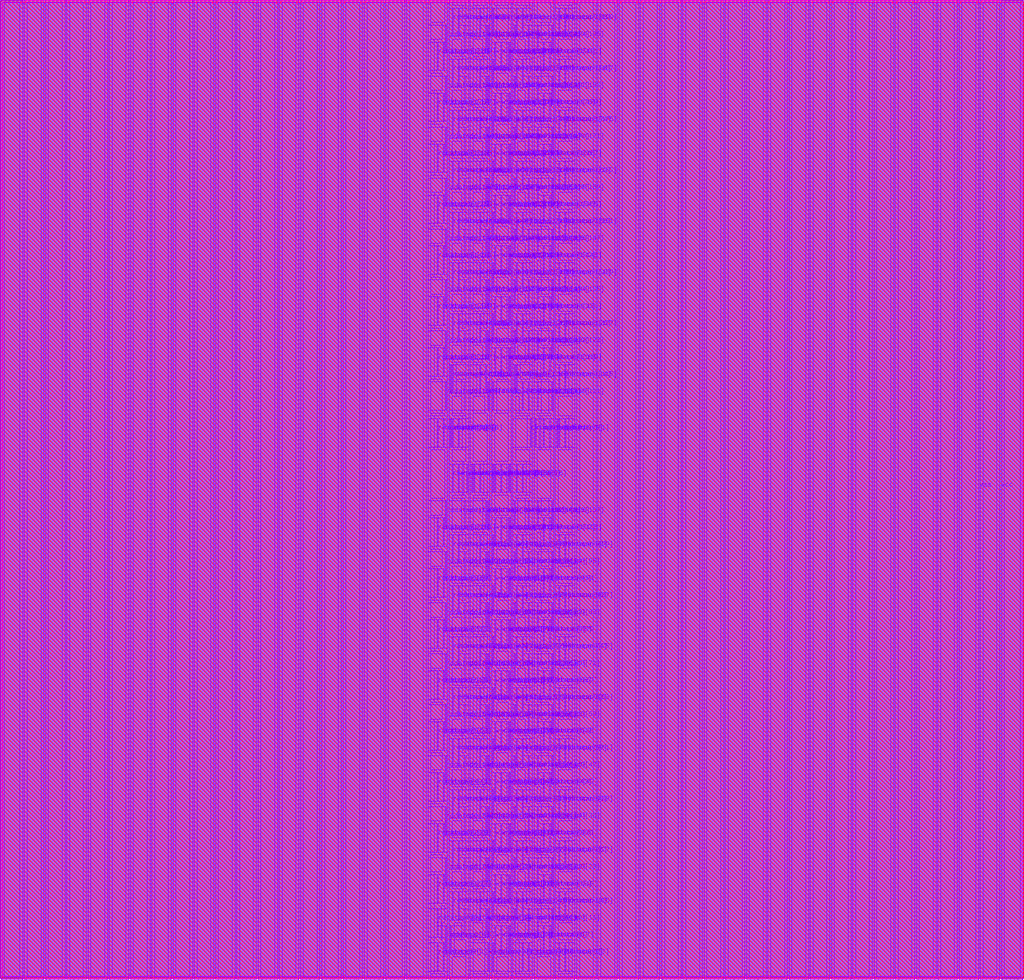
<source format=lef>
VERSION 5.8 ;
BUSBITCHARS "[]" ;
DIVIDERCHAR "/" ;

UNITS
  DATABASE MICRONS 4000 ;
END UNITS

PROPERTYDEFINITIONS
  MACRO hpml_layer STRING ;
  MACRO heml_layer STRING ;
END PROPERTYDEFINITIONS

MACRO arf198b128e1r1w0cbbehbaa4acw
  CLASS BLOCK ;
  FOREIGN arf198b128e1r1w0cbbehbaa4acw ;
  ORIGIN 0 0 ;
  SIZE 43.2 BY 41.28 ;
  PIN ckrdp0
    DIRECTION INPUT ;
    USE SIGNAL ;
    PORT
      LAYER m7 ;
        RECT 22.372 22.44 22.416 23.64 ;
    END
  END ckrdp0
  PIN ckwrp0
    DIRECTION INPUT ;
    USE SIGNAL ;
    PORT
      LAYER m7 ;
        RECT 19.072 20.52 19.116 21.72 ;
    END
  END ckwrp0
  PIN rdaddrp0[0]
    DIRECTION INPUT ;
    USE SIGNAL ;
    PORT
      LAYER m7 ;
        RECT 23.572 22.44 23.616 23.64 ;
    END
  END rdaddrp0[0]
  PIN rdaddrp0[1]
    DIRECTION INPUT ;
    USE SIGNAL ;
    PORT
      LAYER m7 ;
        RECT 23.828 22.44 23.872 23.64 ;
    END
  END rdaddrp0[1]
  PIN rdaddrp0[2]
    DIRECTION INPUT ;
    USE SIGNAL ;
    PORT
      LAYER m7 ;
        RECT 18.428 22.44 18.472 23.64 ;
    END
  END rdaddrp0[2]
  PIN rdaddrp0[3]
    DIRECTION INPUT ;
    USE SIGNAL ;
    PORT
      LAYER m7 ;
        RECT 18.684 22.44 18.728 23.64 ;
    END
  END rdaddrp0[3]
  PIN rdaddrp0[4]
    DIRECTION INPUT ;
    USE SIGNAL ;
    PORT
      LAYER m7 ;
        RECT 18.984 22.44 19.028 23.64 ;
    END
  END rdaddrp0[4]
  PIN rdaddrp0[5]
    DIRECTION INPUT ;
    USE SIGNAL ;
    PORT
      LAYER m7 ;
        RECT 19.072 22.44 19.116 23.64 ;
    END
  END rdaddrp0[5]
  PIN rdaddrp0[6]
    DIRECTION INPUT ;
    USE SIGNAL ;
    PORT
      LAYER m7 ;
        RECT 19.328 22.44 19.372 23.64 ;
    END
  END rdaddrp0[6]
  PIN rdaddrp0_fd
    DIRECTION INPUT ;
    USE SIGNAL ;
    PORT
      LAYER m7 ;
        RECT 22.584 22.44 22.628 23.64 ;
    END
  END rdaddrp0_fd
  PIN rdaddrp0_rd
    DIRECTION INPUT ;
    USE SIGNAL ;
    PORT
      LAYER m7 ;
        RECT 22.928 22.44 22.972 23.64 ;
    END
  END rdaddrp0_rd
  PIN rdenp0
    DIRECTION INPUT ;
    USE SIGNAL ;
    PORT
      LAYER m7 ;
        RECT 23.184 22.44 23.228 23.64 ;
    END
  END rdenp0
  PIN sdl_initp0
    DIRECTION INPUT ;
    USE SIGNAL ;
    PORT
      LAYER m7 ;
        RECT 23.484 22.44 23.528 23.64 ;
    END
  END sdl_initp0
  PIN wraddrp0[0]
    DIRECTION INPUT ;
    USE SIGNAL ;
    PORT
      LAYER m7 ;
        RECT 20.784 20.52 20.828 21.72 ;
    END
  END wraddrp0[0]
  PIN wraddrp0[1]
    DIRECTION INPUT ;
    USE SIGNAL ;
    PORT
      LAYER m7 ;
        RECT 20.872 20.52 20.916 21.72 ;
    END
  END wraddrp0[1]
  PIN wraddrp0[2]
    DIRECTION INPUT ;
    USE SIGNAL ;
    PORT
      LAYER m7 ;
        RECT 21.128 20.52 21.172 21.72 ;
    END
  END wraddrp0[2]
  PIN wraddrp0[3]
    DIRECTION INPUT ;
    USE SIGNAL ;
    PORT
      LAYER m7 ;
        RECT 21.384 20.52 21.428 21.72 ;
    END
  END wraddrp0[3]
  PIN wraddrp0[4]
    DIRECTION INPUT ;
    USE SIGNAL ;
    PORT
      LAYER m7 ;
        RECT 21.472 20.52 21.516 21.72 ;
    END
  END wraddrp0[4]
  PIN wraddrp0[5]
    DIRECTION INPUT ;
    USE SIGNAL ;
    PORT
      LAYER m7 ;
        RECT 21.772 20.52 21.816 21.72 ;
    END
  END wraddrp0[5]
  PIN wraddrp0[6]
    DIRECTION INPUT ;
    USE SIGNAL ;
    PORT
      LAYER m7 ;
        RECT 22.028 20.52 22.072 21.72 ;
    END
  END wraddrp0[6]
  PIN wraddrp0_fd
    DIRECTION INPUT ;
    USE SIGNAL ;
    PORT
      LAYER m7 ;
        RECT 19.328 20.52 19.372 21.72 ;
    END
  END wraddrp0_fd
  PIN wraddrp0_rd
    DIRECTION INPUT ;
    USE SIGNAL ;
    PORT
      LAYER m7 ;
        RECT 19.672 20.52 19.716 21.72 ;
    END
  END wraddrp0_rd
  PIN wrdatap0[0]
    DIRECTION INPUT ;
    USE SIGNAL ;
    PORT
      LAYER m7 ;
        RECT 20.572 0.24 20.616 1.44 ;
    END
  END wrdatap0[0]
  PIN wrdatap0[100]
    DIRECTION INPUT ;
    USE SIGNAL ;
    PORT
      LAYER m7 ;
        RECT 20.872 18.24 20.916 19.44 ;
    END
  END wrdatap0[100]
  PIN wrdatap0[101]
    DIRECTION INPUT ;
    USE SIGNAL ;
    PORT
      LAYER m7 ;
        RECT 21.128 18.24 21.172 19.44 ;
    END
  END wrdatap0[101]
  PIN wrdatap0[102]
    DIRECTION INPUT ;
    USE SIGNAL ;
    PORT
      LAYER m7 ;
        RECT 21.384 18.24 21.428 19.44 ;
    END
  END wrdatap0[102]
  PIN wrdatap0[103]
    DIRECTION INPUT ;
    USE SIGNAL ;
    PORT
      LAYER m7 ;
        RECT 21.472 18.24 21.516 19.44 ;
    END
  END wrdatap0[103]
  PIN wrdatap0[104]
    DIRECTION INPUT ;
    USE SIGNAL ;
    PORT
      LAYER m7 ;
        RECT 20.484 18.96 20.528 20.16 ;
    END
  END wrdatap0[104]
  PIN wrdatap0[105]
    DIRECTION INPUT ;
    USE SIGNAL ;
    PORT
      LAYER m7 ;
        RECT 20.572 18.96 20.616 20.16 ;
    END
  END wrdatap0[105]
  PIN wrdatap0[106]
    DIRECTION INPUT ;
    USE SIGNAL ;
    PORT
      LAYER m7 ;
        RECT 22.284 18.96 22.328 20.16 ;
    END
  END wrdatap0[106]
  PIN wrdatap0[107]
    DIRECTION INPUT ;
    USE SIGNAL ;
    PORT
      LAYER m7 ;
        RECT 21.684 18.96 21.728 20.16 ;
    END
  END wrdatap0[107]
  PIN wrdatap0[108]
    DIRECTION INPUT ;
    USE SIGNAL ;
    PORT
      LAYER m7 ;
        RECT 20.572 24 20.616 25.2 ;
    END
  END wrdatap0[108]
  PIN wrdatap0[109]
    DIRECTION INPUT ;
    USE SIGNAL ;
    PORT
      LAYER m7 ;
        RECT 20.784 24 20.828 25.2 ;
    END
  END wrdatap0[109]
  PIN wrdatap0[10]
    DIRECTION INPUT ;
    USE SIGNAL ;
    PORT
      LAYER m7 ;
        RECT 22.284 1.68 22.328 2.88 ;
    END
  END wrdatap0[10]
  PIN wrdatap0[110]
    DIRECTION INPUT ;
    USE SIGNAL ;
    PORT
      LAYER m7 ;
        RECT 22.028 24 22.072 25.2 ;
    END
  END wrdatap0[110]
  PIN wrdatap0[111]
    DIRECTION INPUT ;
    USE SIGNAL ;
    PORT
      LAYER m7 ;
        RECT 22.284 24 22.328 25.2 ;
    END
  END wrdatap0[111]
  PIN wrdatap0[112]
    DIRECTION INPUT ;
    USE SIGNAL ;
    PORT
      LAYER m7 ;
        RECT 20.228 24.72 20.272 25.92 ;
    END
  END wrdatap0[112]
  PIN wrdatap0[113]
    DIRECTION INPUT ;
    USE SIGNAL ;
    PORT
      LAYER m7 ;
        RECT 20.484 24.72 20.528 25.92 ;
    END
  END wrdatap0[113]
  PIN wrdatap0[114]
    DIRECTION INPUT ;
    USE SIGNAL ;
    PORT
      LAYER m7 ;
        RECT 21.684 24.72 21.728 25.92 ;
    END
  END wrdatap0[114]
  PIN wrdatap0[115]
    DIRECTION INPUT ;
    USE SIGNAL ;
    PORT
      LAYER m7 ;
        RECT 21.772 24.72 21.816 25.92 ;
    END
  END wrdatap0[115]
  PIN wrdatap0[116]
    DIRECTION INPUT ;
    USE SIGNAL ;
    PORT
      LAYER m7 ;
        RECT 20.872 25.44 20.916 26.64 ;
    END
  END wrdatap0[116]
  PIN wrdatap0[117]
    DIRECTION INPUT ;
    USE SIGNAL ;
    PORT
      LAYER m7 ;
        RECT 21.128 25.44 21.172 26.64 ;
    END
  END wrdatap0[117]
  PIN wrdatap0[118]
    DIRECTION INPUT ;
    USE SIGNAL ;
    PORT
      LAYER m7 ;
        RECT 21.384 25.44 21.428 26.64 ;
    END
  END wrdatap0[118]
  PIN wrdatap0[119]
    DIRECTION INPUT ;
    USE SIGNAL ;
    PORT
      LAYER m7 ;
        RECT 21.472 25.44 21.516 26.64 ;
    END
  END wrdatap0[119]
  PIN wrdatap0[11]
    DIRECTION INPUT ;
    USE SIGNAL ;
    PORT
      LAYER m7 ;
        RECT 21.684 1.68 21.728 2.88 ;
    END
  END wrdatap0[11]
  PIN wrdatap0[120]
    DIRECTION INPUT ;
    USE SIGNAL ;
    PORT
      LAYER m7 ;
        RECT 20.484 26.16 20.528 27.36 ;
    END
  END wrdatap0[120]
  PIN wrdatap0[121]
    DIRECTION INPUT ;
    USE SIGNAL ;
    PORT
      LAYER m7 ;
        RECT 20.572 26.16 20.616 27.36 ;
    END
  END wrdatap0[121]
  PIN wrdatap0[122]
    DIRECTION INPUT ;
    USE SIGNAL ;
    PORT
      LAYER m7 ;
        RECT 22.284 26.16 22.328 27.36 ;
    END
  END wrdatap0[122]
  PIN wrdatap0[123]
    DIRECTION INPUT ;
    USE SIGNAL ;
    PORT
      LAYER m7 ;
        RECT 21.684 26.16 21.728 27.36 ;
    END
  END wrdatap0[123]
  PIN wrdatap0[124]
    DIRECTION INPUT ;
    USE SIGNAL ;
    PORT
      LAYER m7 ;
        RECT 20.228 26.88 20.272 28.08 ;
    END
  END wrdatap0[124]
  PIN wrdatap0[125]
    DIRECTION INPUT ;
    USE SIGNAL ;
    PORT
      LAYER m7 ;
        RECT 20.784 26.88 20.828 28.08 ;
    END
  END wrdatap0[125]
  PIN wrdatap0[126]
    DIRECTION INPUT ;
    USE SIGNAL ;
    PORT
      LAYER m7 ;
        RECT 21.772 26.88 21.816 28.08 ;
    END
  END wrdatap0[126]
  PIN wrdatap0[127]
    DIRECTION INPUT ;
    USE SIGNAL ;
    PORT
      LAYER m7 ;
        RECT 22.028 26.88 22.072 28.08 ;
    END
  END wrdatap0[127]
  PIN wrdatap0[128]
    DIRECTION INPUT ;
    USE SIGNAL ;
    PORT
      LAYER m7 ;
        RECT 20.872 27.6 20.916 28.8 ;
    END
  END wrdatap0[128]
  PIN wrdatap0[129]
    DIRECTION INPUT ;
    USE SIGNAL ;
    PORT
      LAYER m7 ;
        RECT 21.128 27.6 21.172 28.8 ;
    END
  END wrdatap0[129]
  PIN wrdatap0[12]
    DIRECTION INPUT ;
    USE SIGNAL ;
    PORT
      LAYER m7 ;
        RECT 20.228 2.4 20.272 3.6 ;
    END
  END wrdatap0[12]
  PIN wrdatap0[130]
    DIRECTION INPUT ;
    USE SIGNAL ;
    PORT
      LAYER m7 ;
        RECT 21.384 27.6 21.428 28.8 ;
    END
  END wrdatap0[130]
  PIN wrdatap0[131]
    DIRECTION INPUT ;
    USE SIGNAL ;
    PORT
      LAYER m7 ;
        RECT 21.472 27.6 21.516 28.8 ;
    END
  END wrdatap0[131]
  PIN wrdatap0[132]
    DIRECTION INPUT ;
    USE SIGNAL ;
    PORT
      LAYER m7 ;
        RECT 20.484 28.32 20.528 29.52 ;
    END
  END wrdatap0[132]
  PIN wrdatap0[133]
    DIRECTION INPUT ;
    USE SIGNAL ;
    PORT
      LAYER m7 ;
        RECT 20.572 28.32 20.616 29.52 ;
    END
  END wrdatap0[133]
  PIN wrdatap0[134]
    DIRECTION INPUT ;
    USE SIGNAL ;
    PORT
      LAYER m7 ;
        RECT 22.284 28.32 22.328 29.52 ;
    END
  END wrdatap0[134]
  PIN wrdatap0[135]
    DIRECTION INPUT ;
    USE SIGNAL ;
    PORT
      LAYER m7 ;
        RECT 21.684 28.32 21.728 29.52 ;
    END
  END wrdatap0[135]
  PIN wrdatap0[136]
    DIRECTION INPUT ;
    USE SIGNAL ;
    PORT
      LAYER m7 ;
        RECT 20.228 29.04 20.272 30.24 ;
    END
  END wrdatap0[136]
  PIN wrdatap0[137]
    DIRECTION INPUT ;
    USE SIGNAL ;
    PORT
      LAYER m7 ;
        RECT 20.784 29.04 20.828 30.24 ;
    END
  END wrdatap0[137]
  PIN wrdatap0[138]
    DIRECTION INPUT ;
    USE SIGNAL ;
    PORT
      LAYER m7 ;
        RECT 21.772 29.04 21.816 30.24 ;
    END
  END wrdatap0[138]
  PIN wrdatap0[139]
    DIRECTION INPUT ;
    USE SIGNAL ;
    PORT
      LAYER m7 ;
        RECT 22.028 29.04 22.072 30.24 ;
    END
  END wrdatap0[139]
  PIN wrdatap0[13]
    DIRECTION INPUT ;
    USE SIGNAL ;
    PORT
      LAYER m7 ;
        RECT 20.784 2.4 20.828 3.6 ;
    END
  END wrdatap0[13]
  PIN wrdatap0[140]
    DIRECTION INPUT ;
    USE SIGNAL ;
    PORT
      LAYER m7 ;
        RECT 20.872 29.76 20.916 30.96 ;
    END
  END wrdatap0[140]
  PIN wrdatap0[141]
    DIRECTION INPUT ;
    USE SIGNAL ;
    PORT
      LAYER m7 ;
        RECT 21.128 29.76 21.172 30.96 ;
    END
  END wrdatap0[141]
  PIN wrdatap0[142]
    DIRECTION INPUT ;
    USE SIGNAL ;
    PORT
      LAYER m7 ;
        RECT 21.384 29.76 21.428 30.96 ;
    END
  END wrdatap0[142]
  PIN wrdatap0[143]
    DIRECTION INPUT ;
    USE SIGNAL ;
    PORT
      LAYER m7 ;
        RECT 21.472 29.76 21.516 30.96 ;
    END
  END wrdatap0[143]
  PIN wrdatap0[144]
    DIRECTION INPUT ;
    USE SIGNAL ;
    PORT
      LAYER m7 ;
        RECT 20.484 30.48 20.528 31.68 ;
    END
  END wrdatap0[144]
  PIN wrdatap0[145]
    DIRECTION INPUT ;
    USE SIGNAL ;
    PORT
      LAYER m7 ;
        RECT 20.572 30.48 20.616 31.68 ;
    END
  END wrdatap0[145]
  PIN wrdatap0[146]
    DIRECTION INPUT ;
    USE SIGNAL ;
    PORT
      LAYER m7 ;
        RECT 22.284 30.48 22.328 31.68 ;
    END
  END wrdatap0[146]
  PIN wrdatap0[147]
    DIRECTION INPUT ;
    USE SIGNAL ;
    PORT
      LAYER m7 ;
        RECT 21.684 30.48 21.728 31.68 ;
    END
  END wrdatap0[147]
  PIN wrdatap0[148]
    DIRECTION INPUT ;
    USE SIGNAL ;
    PORT
      LAYER m7 ;
        RECT 20.228 31.2 20.272 32.4 ;
    END
  END wrdatap0[148]
  PIN wrdatap0[149]
    DIRECTION INPUT ;
    USE SIGNAL ;
    PORT
      LAYER m7 ;
        RECT 20.784 31.2 20.828 32.4 ;
    END
  END wrdatap0[149]
  PIN wrdatap0[14]
    DIRECTION INPUT ;
    USE SIGNAL ;
    PORT
      LAYER m7 ;
        RECT 21.772 2.4 21.816 3.6 ;
    END
  END wrdatap0[14]
  PIN wrdatap0[150]
    DIRECTION INPUT ;
    USE SIGNAL ;
    PORT
      LAYER m7 ;
        RECT 21.772 31.2 21.816 32.4 ;
    END
  END wrdatap0[150]
  PIN wrdatap0[151]
    DIRECTION INPUT ;
    USE SIGNAL ;
    PORT
      LAYER m7 ;
        RECT 22.028 31.2 22.072 32.4 ;
    END
  END wrdatap0[151]
  PIN wrdatap0[152]
    DIRECTION INPUT ;
    USE SIGNAL ;
    PORT
      LAYER m7 ;
        RECT 20.872 31.92 20.916 33.12 ;
    END
  END wrdatap0[152]
  PIN wrdatap0[153]
    DIRECTION INPUT ;
    USE SIGNAL ;
    PORT
      LAYER m7 ;
        RECT 21.128 31.92 21.172 33.12 ;
    END
  END wrdatap0[153]
  PIN wrdatap0[154]
    DIRECTION INPUT ;
    USE SIGNAL ;
    PORT
      LAYER m7 ;
        RECT 21.384 31.92 21.428 33.12 ;
    END
  END wrdatap0[154]
  PIN wrdatap0[155]
    DIRECTION INPUT ;
    USE SIGNAL ;
    PORT
      LAYER m7 ;
        RECT 21.472 31.92 21.516 33.12 ;
    END
  END wrdatap0[155]
  PIN wrdatap0[156]
    DIRECTION INPUT ;
    USE SIGNAL ;
    PORT
      LAYER m7 ;
        RECT 20.484 32.64 20.528 33.84 ;
    END
  END wrdatap0[156]
  PIN wrdatap0[157]
    DIRECTION INPUT ;
    USE SIGNAL ;
    PORT
      LAYER m7 ;
        RECT 20.572 32.64 20.616 33.84 ;
    END
  END wrdatap0[157]
  PIN wrdatap0[158]
    DIRECTION INPUT ;
    USE SIGNAL ;
    PORT
      LAYER m7 ;
        RECT 22.284 32.64 22.328 33.84 ;
    END
  END wrdatap0[158]
  PIN wrdatap0[159]
    DIRECTION INPUT ;
    USE SIGNAL ;
    PORT
      LAYER m7 ;
        RECT 21.684 32.64 21.728 33.84 ;
    END
  END wrdatap0[159]
  PIN wrdatap0[15]
    DIRECTION INPUT ;
    USE SIGNAL ;
    PORT
      LAYER m7 ;
        RECT 22.028 2.4 22.072 3.6 ;
    END
  END wrdatap0[15]
  PIN wrdatap0[160]
    DIRECTION INPUT ;
    USE SIGNAL ;
    PORT
      LAYER m7 ;
        RECT 20.228 33.36 20.272 34.56 ;
    END
  END wrdatap0[160]
  PIN wrdatap0[161]
    DIRECTION INPUT ;
    USE SIGNAL ;
    PORT
      LAYER m7 ;
        RECT 20.784 33.36 20.828 34.56 ;
    END
  END wrdatap0[161]
  PIN wrdatap0[162]
    DIRECTION INPUT ;
    USE SIGNAL ;
    PORT
      LAYER m7 ;
        RECT 21.772 33.36 21.816 34.56 ;
    END
  END wrdatap0[162]
  PIN wrdatap0[163]
    DIRECTION INPUT ;
    USE SIGNAL ;
    PORT
      LAYER m7 ;
        RECT 22.028 33.36 22.072 34.56 ;
    END
  END wrdatap0[163]
  PIN wrdatap0[164]
    DIRECTION INPUT ;
    USE SIGNAL ;
    PORT
      LAYER m7 ;
        RECT 20.872 34.08 20.916 35.28 ;
    END
  END wrdatap0[164]
  PIN wrdatap0[165]
    DIRECTION INPUT ;
    USE SIGNAL ;
    PORT
      LAYER m7 ;
        RECT 21.128 34.08 21.172 35.28 ;
    END
  END wrdatap0[165]
  PIN wrdatap0[166]
    DIRECTION INPUT ;
    USE SIGNAL ;
    PORT
      LAYER m7 ;
        RECT 21.384 34.08 21.428 35.28 ;
    END
  END wrdatap0[166]
  PIN wrdatap0[167]
    DIRECTION INPUT ;
    USE SIGNAL ;
    PORT
      LAYER m7 ;
        RECT 21.472 34.08 21.516 35.28 ;
    END
  END wrdatap0[167]
  PIN wrdatap0[168]
    DIRECTION INPUT ;
    USE SIGNAL ;
    PORT
      LAYER m7 ;
        RECT 20.484 34.8 20.528 36 ;
    END
  END wrdatap0[168]
  PIN wrdatap0[169]
    DIRECTION INPUT ;
    USE SIGNAL ;
    PORT
      LAYER m7 ;
        RECT 20.572 34.8 20.616 36 ;
    END
  END wrdatap0[169]
  PIN wrdatap0[16]
    DIRECTION INPUT ;
    USE SIGNAL ;
    PORT
      LAYER m7 ;
        RECT 20.872 3.12 20.916 4.32 ;
    END
  END wrdatap0[16]
  PIN wrdatap0[170]
    DIRECTION INPUT ;
    USE SIGNAL ;
    PORT
      LAYER m7 ;
        RECT 22.284 34.8 22.328 36 ;
    END
  END wrdatap0[170]
  PIN wrdatap0[171]
    DIRECTION INPUT ;
    USE SIGNAL ;
    PORT
      LAYER m7 ;
        RECT 21.684 34.8 21.728 36 ;
    END
  END wrdatap0[171]
  PIN wrdatap0[172]
    DIRECTION INPUT ;
    USE SIGNAL ;
    PORT
      LAYER m7 ;
        RECT 20.228 35.52 20.272 36.72 ;
    END
  END wrdatap0[172]
  PIN wrdatap0[173]
    DIRECTION INPUT ;
    USE SIGNAL ;
    PORT
      LAYER m7 ;
        RECT 20.784 35.52 20.828 36.72 ;
    END
  END wrdatap0[173]
  PIN wrdatap0[174]
    DIRECTION INPUT ;
    USE SIGNAL ;
    PORT
      LAYER m7 ;
        RECT 21.772 35.52 21.816 36.72 ;
    END
  END wrdatap0[174]
  PIN wrdatap0[175]
    DIRECTION INPUT ;
    USE SIGNAL ;
    PORT
      LAYER m7 ;
        RECT 22.028 35.52 22.072 36.72 ;
    END
  END wrdatap0[175]
  PIN wrdatap0[176]
    DIRECTION INPUT ;
    USE SIGNAL ;
    PORT
      LAYER m7 ;
        RECT 20.872 36.24 20.916 37.44 ;
    END
  END wrdatap0[176]
  PIN wrdatap0[177]
    DIRECTION INPUT ;
    USE SIGNAL ;
    PORT
      LAYER m7 ;
        RECT 21.128 36.24 21.172 37.44 ;
    END
  END wrdatap0[177]
  PIN wrdatap0[178]
    DIRECTION INPUT ;
    USE SIGNAL ;
    PORT
      LAYER m7 ;
        RECT 21.384 36.24 21.428 37.44 ;
    END
  END wrdatap0[178]
  PIN wrdatap0[179]
    DIRECTION INPUT ;
    USE SIGNAL ;
    PORT
      LAYER m7 ;
        RECT 21.472 36.24 21.516 37.44 ;
    END
  END wrdatap0[179]
  PIN wrdatap0[17]
    DIRECTION INPUT ;
    USE SIGNAL ;
    PORT
      LAYER m7 ;
        RECT 21.128 3.12 21.172 4.32 ;
    END
  END wrdatap0[17]
  PIN wrdatap0[180]
    DIRECTION INPUT ;
    USE SIGNAL ;
    PORT
      LAYER m7 ;
        RECT 20.484 36.96 20.528 38.16 ;
    END
  END wrdatap0[180]
  PIN wrdatap0[181]
    DIRECTION INPUT ;
    USE SIGNAL ;
    PORT
      LAYER m7 ;
        RECT 20.572 36.96 20.616 38.16 ;
    END
  END wrdatap0[181]
  PIN wrdatap0[182]
    DIRECTION INPUT ;
    USE SIGNAL ;
    PORT
      LAYER m7 ;
        RECT 22.284 36.96 22.328 38.16 ;
    END
  END wrdatap0[182]
  PIN wrdatap0[183]
    DIRECTION INPUT ;
    USE SIGNAL ;
    PORT
      LAYER m7 ;
        RECT 21.684 36.96 21.728 38.16 ;
    END
  END wrdatap0[183]
  PIN wrdatap0[184]
    DIRECTION INPUT ;
    USE SIGNAL ;
    PORT
      LAYER m7 ;
        RECT 20.228 37.68 20.272 38.88 ;
    END
  END wrdatap0[184]
  PIN wrdatap0[185]
    DIRECTION INPUT ;
    USE SIGNAL ;
    PORT
      LAYER m7 ;
        RECT 20.784 37.68 20.828 38.88 ;
    END
  END wrdatap0[185]
  PIN wrdatap0[186]
    DIRECTION INPUT ;
    USE SIGNAL ;
    PORT
      LAYER m7 ;
        RECT 21.772 37.68 21.816 38.88 ;
    END
  END wrdatap0[186]
  PIN wrdatap0[187]
    DIRECTION INPUT ;
    USE SIGNAL ;
    PORT
      LAYER m7 ;
        RECT 22.028 37.68 22.072 38.88 ;
    END
  END wrdatap0[187]
  PIN wrdatap0[188]
    DIRECTION INPUT ;
    USE SIGNAL ;
    PORT
      LAYER m7 ;
        RECT 20.872 38.4 20.916 39.6 ;
    END
  END wrdatap0[188]
  PIN wrdatap0[189]
    DIRECTION INPUT ;
    USE SIGNAL ;
    PORT
      LAYER m7 ;
        RECT 21.128 38.4 21.172 39.6 ;
    END
  END wrdatap0[189]
  PIN wrdatap0[18]
    DIRECTION INPUT ;
    USE SIGNAL ;
    PORT
      LAYER m7 ;
        RECT 21.384 3.12 21.428 4.32 ;
    END
  END wrdatap0[18]
  PIN wrdatap0[190]
    DIRECTION INPUT ;
    USE SIGNAL ;
    PORT
      LAYER m7 ;
        RECT 21.384 38.4 21.428 39.6 ;
    END
  END wrdatap0[190]
  PIN wrdatap0[191]
    DIRECTION INPUT ;
    USE SIGNAL ;
    PORT
      LAYER m7 ;
        RECT 21.472 38.4 21.516 39.6 ;
    END
  END wrdatap0[191]
  PIN wrdatap0[192]
    DIRECTION INPUT ;
    USE SIGNAL ;
    PORT
      LAYER m7 ;
        RECT 20.484 39.12 20.528 40.32 ;
    END
  END wrdatap0[192]
  PIN wrdatap0[193]
    DIRECTION INPUT ;
    USE SIGNAL ;
    PORT
      LAYER m7 ;
        RECT 20.572 39.12 20.616 40.32 ;
    END
  END wrdatap0[193]
  PIN wrdatap0[194]
    DIRECTION INPUT ;
    USE SIGNAL ;
    PORT
      LAYER m7 ;
        RECT 22.284 39.12 22.328 40.32 ;
    END
  END wrdatap0[194]
  PIN wrdatap0[195]
    DIRECTION INPUT ;
    USE SIGNAL ;
    PORT
      LAYER m7 ;
        RECT 21.684 39.12 21.728 40.32 ;
    END
  END wrdatap0[195]
  PIN wrdatap0[196]
    DIRECTION INPUT ;
    USE SIGNAL ;
    PORT
      LAYER m7 ;
        RECT 20.228 39.84 20.272 41.04 ;
    END
  END wrdatap0[196]
  PIN wrdatap0[197]
    DIRECTION INPUT ;
    USE SIGNAL ;
    PORT
      LAYER m7 ;
        RECT 20.784 39.84 20.828 41.04 ;
    END
  END wrdatap0[197]
  PIN wrdatap0[198]
    DIRECTION INPUT ;
    USE SIGNAL ;
    PORT
      LAYER m7 ;
        RECT 21.772 39.84 21.816 41.04 ;
    END
  END wrdatap0[198]
  PIN wrdatap0[199]
    DIRECTION INPUT ;
    USE SIGNAL ;
    PORT
      LAYER m7 ;
        RECT 22.028 39.84 22.072 41.04 ;
    END
  END wrdatap0[199]
  PIN wrdatap0[19]
    DIRECTION INPUT ;
    USE SIGNAL ;
    PORT
      LAYER m7 ;
        RECT 21.472 3.12 21.516 4.32 ;
    END
  END wrdatap0[19]
  PIN wrdatap0[1]
    DIRECTION INPUT ;
    USE SIGNAL ;
    PORT
      LAYER m7 ;
        RECT 20.784 0.24 20.828 1.44 ;
    END
  END wrdatap0[1]
  PIN wrdatap0[20]
    DIRECTION INPUT ;
    USE SIGNAL ;
    PORT
      LAYER m7 ;
        RECT 20.484 3.84 20.528 5.04 ;
    END
  END wrdatap0[20]
  PIN wrdatap0[21]
    DIRECTION INPUT ;
    USE SIGNAL ;
    PORT
      LAYER m7 ;
        RECT 20.572 3.84 20.616 5.04 ;
    END
  END wrdatap0[21]
  PIN wrdatap0[22]
    DIRECTION INPUT ;
    USE SIGNAL ;
    PORT
      LAYER m7 ;
        RECT 22.284 3.84 22.328 5.04 ;
    END
  END wrdatap0[22]
  PIN wrdatap0[23]
    DIRECTION INPUT ;
    USE SIGNAL ;
    PORT
      LAYER m7 ;
        RECT 21.684 3.84 21.728 5.04 ;
    END
  END wrdatap0[23]
  PIN wrdatap0[24]
    DIRECTION INPUT ;
    USE SIGNAL ;
    PORT
      LAYER m7 ;
        RECT 20.228 4.56 20.272 5.76 ;
    END
  END wrdatap0[24]
  PIN wrdatap0[25]
    DIRECTION INPUT ;
    USE SIGNAL ;
    PORT
      LAYER m7 ;
        RECT 20.784 4.56 20.828 5.76 ;
    END
  END wrdatap0[25]
  PIN wrdatap0[26]
    DIRECTION INPUT ;
    USE SIGNAL ;
    PORT
      LAYER m7 ;
        RECT 21.772 4.56 21.816 5.76 ;
    END
  END wrdatap0[26]
  PIN wrdatap0[27]
    DIRECTION INPUT ;
    USE SIGNAL ;
    PORT
      LAYER m7 ;
        RECT 22.028 4.56 22.072 5.76 ;
    END
  END wrdatap0[27]
  PIN wrdatap0[28]
    DIRECTION INPUT ;
    USE SIGNAL ;
    PORT
      LAYER m7 ;
        RECT 20.872 5.28 20.916 6.48 ;
    END
  END wrdatap0[28]
  PIN wrdatap0[29]
    DIRECTION INPUT ;
    USE SIGNAL ;
    PORT
      LAYER m7 ;
        RECT 21.128 5.28 21.172 6.48 ;
    END
  END wrdatap0[29]
  PIN wrdatap0[2]
    DIRECTION INPUT ;
    USE SIGNAL ;
    PORT
      LAYER m7 ;
        RECT 22.028 0.24 22.072 1.44 ;
    END
  END wrdatap0[2]
  PIN wrdatap0[30]
    DIRECTION INPUT ;
    USE SIGNAL ;
    PORT
      LAYER m7 ;
        RECT 21.384 5.28 21.428 6.48 ;
    END
  END wrdatap0[30]
  PIN wrdatap0[31]
    DIRECTION INPUT ;
    USE SIGNAL ;
    PORT
      LAYER m7 ;
        RECT 21.472 5.28 21.516 6.48 ;
    END
  END wrdatap0[31]
  PIN wrdatap0[32]
    DIRECTION INPUT ;
    USE SIGNAL ;
    PORT
      LAYER m7 ;
        RECT 20.484 6 20.528 7.2 ;
    END
  END wrdatap0[32]
  PIN wrdatap0[33]
    DIRECTION INPUT ;
    USE SIGNAL ;
    PORT
      LAYER m7 ;
        RECT 20.572 6 20.616 7.2 ;
    END
  END wrdatap0[33]
  PIN wrdatap0[34]
    DIRECTION INPUT ;
    USE SIGNAL ;
    PORT
      LAYER m7 ;
        RECT 22.284 6 22.328 7.2 ;
    END
  END wrdatap0[34]
  PIN wrdatap0[35]
    DIRECTION INPUT ;
    USE SIGNAL ;
    PORT
      LAYER m7 ;
        RECT 21.684 6 21.728 7.2 ;
    END
  END wrdatap0[35]
  PIN wrdatap0[36]
    DIRECTION INPUT ;
    USE SIGNAL ;
    PORT
      LAYER m7 ;
        RECT 20.228 6.72 20.272 7.92 ;
    END
  END wrdatap0[36]
  PIN wrdatap0[37]
    DIRECTION INPUT ;
    USE SIGNAL ;
    PORT
      LAYER m7 ;
        RECT 20.784 6.72 20.828 7.92 ;
    END
  END wrdatap0[37]
  PIN wrdatap0[38]
    DIRECTION INPUT ;
    USE SIGNAL ;
    PORT
      LAYER m7 ;
        RECT 21.772 6.72 21.816 7.92 ;
    END
  END wrdatap0[38]
  PIN wrdatap0[39]
    DIRECTION INPUT ;
    USE SIGNAL ;
    PORT
      LAYER m7 ;
        RECT 22.028 6.72 22.072 7.92 ;
    END
  END wrdatap0[39]
  PIN wrdatap0[3]
    DIRECTION INPUT ;
    USE SIGNAL ;
    PORT
      LAYER m7 ;
        RECT 22.284 0.24 22.328 1.44 ;
    END
  END wrdatap0[3]
  PIN wrdatap0[40]
    DIRECTION INPUT ;
    USE SIGNAL ;
    PORT
      LAYER m7 ;
        RECT 20.872 7.44 20.916 8.64 ;
    END
  END wrdatap0[40]
  PIN wrdatap0[41]
    DIRECTION INPUT ;
    USE SIGNAL ;
    PORT
      LAYER m7 ;
        RECT 21.128 7.44 21.172 8.64 ;
    END
  END wrdatap0[41]
  PIN wrdatap0[42]
    DIRECTION INPUT ;
    USE SIGNAL ;
    PORT
      LAYER m7 ;
        RECT 21.384 7.44 21.428 8.64 ;
    END
  END wrdatap0[42]
  PIN wrdatap0[43]
    DIRECTION INPUT ;
    USE SIGNAL ;
    PORT
      LAYER m7 ;
        RECT 21.472 7.44 21.516 8.64 ;
    END
  END wrdatap0[43]
  PIN wrdatap0[44]
    DIRECTION INPUT ;
    USE SIGNAL ;
    PORT
      LAYER m7 ;
        RECT 20.484 8.16 20.528 9.36 ;
    END
  END wrdatap0[44]
  PIN wrdatap0[45]
    DIRECTION INPUT ;
    USE SIGNAL ;
    PORT
      LAYER m7 ;
        RECT 20.572 8.16 20.616 9.36 ;
    END
  END wrdatap0[45]
  PIN wrdatap0[46]
    DIRECTION INPUT ;
    USE SIGNAL ;
    PORT
      LAYER m7 ;
        RECT 22.284 8.16 22.328 9.36 ;
    END
  END wrdatap0[46]
  PIN wrdatap0[47]
    DIRECTION INPUT ;
    USE SIGNAL ;
    PORT
      LAYER m7 ;
        RECT 21.684 8.16 21.728 9.36 ;
    END
  END wrdatap0[47]
  PIN wrdatap0[48]
    DIRECTION INPUT ;
    USE SIGNAL ;
    PORT
      LAYER m7 ;
        RECT 20.228 8.88 20.272 10.08 ;
    END
  END wrdatap0[48]
  PIN wrdatap0[49]
    DIRECTION INPUT ;
    USE SIGNAL ;
    PORT
      LAYER m7 ;
        RECT 20.784 8.88 20.828 10.08 ;
    END
  END wrdatap0[49]
  PIN wrdatap0[4]
    DIRECTION INPUT ;
    USE SIGNAL ;
    PORT
      LAYER m7 ;
        RECT 20.872 0.96 20.916 2.16 ;
    END
  END wrdatap0[4]
  PIN wrdatap0[50]
    DIRECTION INPUT ;
    USE SIGNAL ;
    PORT
      LAYER m7 ;
        RECT 21.772 8.88 21.816 10.08 ;
    END
  END wrdatap0[50]
  PIN wrdatap0[51]
    DIRECTION INPUT ;
    USE SIGNAL ;
    PORT
      LAYER m7 ;
        RECT 22.028 8.88 22.072 10.08 ;
    END
  END wrdatap0[51]
  PIN wrdatap0[52]
    DIRECTION INPUT ;
    USE SIGNAL ;
    PORT
      LAYER m7 ;
        RECT 20.872 9.6 20.916 10.8 ;
    END
  END wrdatap0[52]
  PIN wrdatap0[53]
    DIRECTION INPUT ;
    USE SIGNAL ;
    PORT
      LAYER m7 ;
        RECT 21.128 9.6 21.172 10.8 ;
    END
  END wrdatap0[53]
  PIN wrdatap0[54]
    DIRECTION INPUT ;
    USE SIGNAL ;
    PORT
      LAYER m7 ;
        RECT 21.384 9.6 21.428 10.8 ;
    END
  END wrdatap0[54]
  PIN wrdatap0[55]
    DIRECTION INPUT ;
    USE SIGNAL ;
    PORT
      LAYER m7 ;
        RECT 21.472 9.6 21.516 10.8 ;
    END
  END wrdatap0[55]
  PIN wrdatap0[56]
    DIRECTION INPUT ;
    USE SIGNAL ;
    PORT
      LAYER m7 ;
        RECT 20.484 10.32 20.528 11.52 ;
    END
  END wrdatap0[56]
  PIN wrdatap0[57]
    DIRECTION INPUT ;
    USE SIGNAL ;
    PORT
      LAYER m7 ;
        RECT 20.572 10.32 20.616 11.52 ;
    END
  END wrdatap0[57]
  PIN wrdatap0[58]
    DIRECTION INPUT ;
    USE SIGNAL ;
    PORT
      LAYER m7 ;
        RECT 22.284 10.32 22.328 11.52 ;
    END
  END wrdatap0[58]
  PIN wrdatap0[59]
    DIRECTION INPUT ;
    USE SIGNAL ;
    PORT
      LAYER m7 ;
        RECT 21.684 10.32 21.728 11.52 ;
    END
  END wrdatap0[59]
  PIN wrdatap0[5]
    DIRECTION INPUT ;
    USE SIGNAL ;
    PORT
      LAYER m7 ;
        RECT 21.128 0.96 21.172 2.16 ;
    END
  END wrdatap0[5]
  PIN wrdatap0[60]
    DIRECTION INPUT ;
    USE SIGNAL ;
    PORT
      LAYER m7 ;
        RECT 20.228 11.04 20.272 12.24 ;
    END
  END wrdatap0[60]
  PIN wrdatap0[61]
    DIRECTION INPUT ;
    USE SIGNAL ;
    PORT
      LAYER m7 ;
        RECT 20.784 11.04 20.828 12.24 ;
    END
  END wrdatap0[61]
  PIN wrdatap0[62]
    DIRECTION INPUT ;
    USE SIGNAL ;
    PORT
      LAYER m7 ;
        RECT 21.772 11.04 21.816 12.24 ;
    END
  END wrdatap0[62]
  PIN wrdatap0[63]
    DIRECTION INPUT ;
    USE SIGNAL ;
    PORT
      LAYER m7 ;
        RECT 22.028 11.04 22.072 12.24 ;
    END
  END wrdatap0[63]
  PIN wrdatap0[64]
    DIRECTION INPUT ;
    USE SIGNAL ;
    PORT
      LAYER m7 ;
        RECT 20.872 11.76 20.916 12.96 ;
    END
  END wrdatap0[64]
  PIN wrdatap0[65]
    DIRECTION INPUT ;
    USE SIGNAL ;
    PORT
      LAYER m7 ;
        RECT 21.128 11.76 21.172 12.96 ;
    END
  END wrdatap0[65]
  PIN wrdatap0[66]
    DIRECTION INPUT ;
    USE SIGNAL ;
    PORT
      LAYER m7 ;
        RECT 21.384 11.76 21.428 12.96 ;
    END
  END wrdatap0[66]
  PIN wrdatap0[67]
    DIRECTION INPUT ;
    USE SIGNAL ;
    PORT
      LAYER m7 ;
        RECT 21.472 11.76 21.516 12.96 ;
    END
  END wrdatap0[67]
  PIN wrdatap0[68]
    DIRECTION INPUT ;
    USE SIGNAL ;
    PORT
      LAYER m7 ;
        RECT 20.484 12.48 20.528 13.68 ;
    END
  END wrdatap0[68]
  PIN wrdatap0[69]
    DIRECTION INPUT ;
    USE SIGNAL ;
    PORT
      LAYER m7 ;
        RECT 20.572 12.48 20.616 13.68 ;
    END
  END wrdatap0[69]
  PIN wrdatap0[6]
    DIRECTION INPUT ;
    USE SIGNAL ;
    PORT
      LAYER m7 ;
        RECT 21.384 0.96 21.428 2.16 ;
    END
  END wrdatap0[6]
  PIN wrdatap0[70]
    DIRECTION INPUT ;
    USE SIGNAL ;
    PORT
      LAYER m7 ;
        RECT 22.284 12.48 22.328 13.68 ;
    END
  END wrdatap0[70]
  PIN wrdatap0[71]
    DIRECTION INPUT ;
    USE SIGNAL ;
    PORT
      LAYER m7 ;
        RECT 21.684 12.48 21.728 13.68 ;
    END
  END wrdatap0[71]
  PIN wrdatap0[72]
    DIRECTION INPUT ;
    USE SIGNAL ;
    PORT
      LAYER m7 ;
        RECT 20.228 13.2 20.272 14.4 ;
    END
  END wrdatap0[72]
  PIN wrdatap0[73]
    DIRECTION INPUT ;
    USE SIGNAL ;
    PORT
      LAYER m7 ;
        RECT 20.784 13.2 20.828 14.4 ;
    END
  END wrdatap0[73]
  PIN wrdatap0[74]
    DIRECTION INPUT ;
    USE SIGNAL ;
    PORT
      LAYER m7 ;
        RECT 21.772 13.2 21.816 14.4 ;
    END
  END wrdatap0[74]
  PIN wrdatap0[75]
    DIRECTION INPUT ;
    USE SIGNAL ;
    PORT
      LAYER m7 ;
        RECT 22.028 13.2 22.072 14.4 ;
    END
  END wrdatap0[75]
  PIN wrdatap0[76]
    DIRECTION INPUT ;
    USE SIGNAL ;
    PORT
      LAYER m7 ;
        RECT 20.872 13.92 20.916 15.12 ;
    END
  END wrdatap0[76]
  PIN wrdatap0[77]
    DIRECTION INPUT ;
    USE SIGNAL ;
    PORT
      LAYER m7 ;
        RECT 21.128 13.92 21.172 15.12 ;
    END
  END wrdatap0[77]
  PIN wrdatap0[78]
    DIRECTION INPUT ;
    USE SIGNAL ;
    PORT
      LAYER m7 ;
        RECT 21.384 13.92 21.428 15.12 ;
    END
  END wrdatap0[78]
  PIN wrdatap0[79]
    DIRECTION INPUT ;
    USE SIGNAL ;
    PORT
      LAYER m7 ;
        RECT 21.472 13.92 21.516 15.12 ;
    END
  END wrdatap0[79]
  PIN wrdatap0[7]
    DIRECTION INPUT ;
    USE SIGNAL ;
    PORT
      LAYER m7 ;
        RECT 21.472 0.96 21.516 2.16 ;
    END
  END wrdatap0[7]
  PIN wrdatap0[80]
    DIRECTION INPUT ;
    USE SIGNAL ;
    PORT
      LAYER m7 ;
        RECT 20.484 14.64 20.528 15.84 ;
    END
  END wrdatap0[80]
  PIN wrdatap0[81]
    DIRECTION INPUT ;
    USE SIGNAL ;
    PORT
      LAYER m7 ;
        RECT 20.572 14.64 20.616 15.84 ;
    END
  END wrdatap0[81]
  PIN wrdatap0[82]
    DIRECTION INPUT ;
    USE SIGNAL ;
    PORT
      LAYER m7 ;
        RECT 22.284 14.64 22.328 15.84 ;
    END
  END wrdatap0[82]
  PIN wrdatap0[83]
    DIRECTION INPUT ;
    USE SIGNAL ;
    PORT
      LAYER m7 ;
        RECT 21.684 14.64 21.728 15.84 ;
    END
  END wrdatap0[83]
  PIN wrdatap0[84]
    DIRECTION INPUT ;
    USE SIGNAL ;
    PORT
      LAYER m7 ;
        RECT 20.228 15.36 20.272 16.56 ;
    END
  END wrdatap0[84]
  PIN wrdatap0[85]
    DIRECTION INPUT ;
    USE SIGNAL ;
    PORT
      LAYER m7 ;
        RECT 20.784 15.36 20.828 16.56 ;
    END
  END wrdatap0[85]
  PIN wrdatap0[86]
    DIRECTION INPUT ;
    USE SIGNAL ;
    PORT
      LAYER m7 ;
        RECT 21.772 15.36 21.816 16.56 ;
    END
  END wrdatap0[86]
  PIN wrdatap0[87]
    DIRECTION INPUT ;
    USE SIGNAL ;
    PORT
      LAYER m7 ;
        RECT 22.028 15.36 22.072 16.56 ;
    END
  END wrdatap0[87]
  PIN wrdatap0[88]
    DIRECTION INPUT ;
    USE SIGNAL ;
    PORT
      LAYER m7 ;
        RECT 20.872 16.08 20.916 17.28 ;
    END
  END wrdatap0[88]
  PIN wrdatap0[89]
    DIRECTION INPUT ;
    USE SIGNAL ;
    PORT
      LAYER m7 ;
        RECT 21.128 16.08 21.172 17.28 ;
    END
  END wrdatap0[89]
  PIN wrdatap0[8]
    DIRECTION INPUT ;
    USE SIGNAL ;
    PORT
      LAYER m7 ;
        RECT 20.484 1.68 20.528 2.88 ;
    END
  END wrdatap0[8]
  PIN wrdatap0[90]
    DIRECTION INPUT ;
    USE SIGNAL ;
    PORT
      LAYER m7 ;
        RECT 21.384 16.08 21.428 17.28 ;
    END
  END wrdatap0[90]
  PIN wrdatap0[91]
    DIRECTION INPUT ;
    USE SIGNAL ;
    PORT
      LAYER m7 ;
        RECT 21.472 16.08 21.516 17.28 ;
    END
  END wrdatap0[91]
  PIN wrdatap0[92]
    DIRECTION INPUT ;
    USE SIGNAL ;
    PORT
      LAYER m7 ;
        RECT 20.484 16.8 20.528 18 ;
    END
  END wrdatap0[92]
  PIN wrdatap0[93]
    DIRECTION INPUT ;
    USE SIGNAL ;
    PORT
      LAYER m7 ;
        RECT 20.572 16.8 20.616 18 ;
    END
  END wrdatap0[93]
  PIN wrdatap0[94]
    DIRECTION INPUT ;
    USE SIGNAL ;
    PORT
      LAYER m7 ;
        RECT 22.284 16.8 22.328 18 ;
    END
  END wrdatap0[94]
  PIN wrdatap0[95]
    DIRECTION INPUT ;
    USE SIGNAL ;
    PORT
      LAYER m7 ;
        RECT 21.684 16.8 21.728 18 ;
    END
  END wrdatap0[95]
  PIN wrdatap0[96]
    DIRECTION INPUT ;
    USE SIGNAL ;
    PORT
      LAYER m7 ;
        RECT 20.228 17.52 20.272 18.72 ;
    END
  END wrdatap0[96]
  PIN wrdatap0[97]
    DIRECTION INPUT ;
    USE SIGNAL ;
    PORT
      LAYER m7 ;
        RECT 20.784 17.52 20.828 18.72 ;
    END
  END wrdatap0[97]
  PIN wrdatap0[98]
    DIRECTION INPUT ;
    USE SIGNAL ;
    PORT
      LAYER m7 ;
        RECT 21.772 17.52 21.816 18.72 ;
    END
  END wrdatap0[98]
  PIN wrdatap0[99]
    DIRECTION INPUT ;
    USE SIGNAL ;
    PORT
      LAYER m7 ;
        RECT 22.028 17.52 22.072 18.72 ;
    END
  END wrdatap0[99]
  PIN wrdatap0[9]
    DIRECTION INPUT ;
    USE SIGNAL ;
    PORT
      LAYER m7 ;
        RECT 20.572 1.68 20.616 2.88 ;
    END
  END wrdatap0[9]
  PIN wrdatap0_fd
    DIRECTION INPUT ;
    USE SIGNAL ;
    PORT
      LAYER m7 ;
        RECT 19.972 20.52 20.016 21.72 ;
    END
  END wrdatap0_fd
  PIN wrdatap0_rd
    DIRECTION INPUT ;
    USE SIGNAL ;
    PORT
      LAYER m7 ;
        RECT 20.228 20.52 20.272 21.72 ;
    END
  END wrdatap0_rd
  PIN wrenp0
    DIRECTION INPUT ;
    USE SIGNAL ;
    PORT
      LAYER m7 ;
        RECT 19.884 20.52 19.928 21.72 ;
    END
  END wrenp0
  PIN rddatap0[0]
    DIRECTION OUTPUT ;
    USE SIGNAL ;
    PORT
      LAYER m7 ;
        RECT 18.428 0.24 18.472 1.44 ;
    END
  END rddatap0[0]
  PIN rddatap0[100]
    DIRECTION OUTPUT ;
    USE SIGNAL ;
    PORT
      LAYER m7 ;
        RECT 18.428 18.24 18.472 19.44 ;
    END
  END rddatap0[100]
  PIN rddatap0[101]
    DIRECTION OUTPUT ;
    USE SIGNAL ;
    PORT
      LAYER m7 ;
        RECT 18.684 18.24 18.728 19.44 ;
    END
  END rddatap0[101]
  PIN rddatap0[102]
    DIRECTION OUTPUT ;
    USE SIGNAL ;
    PORT
      LAYER m7 ;
        RECT 22.928 18.24 22.972 19.44 ;
    END
  END rddatap0[102]
  PIN rddatap0[103]
    DIRECTION OUTPUT ;
    USE SIGNAL ;
    PORT
      LAYER m7 ;
        RECT 23.184 18.24 23.228 19.44 ;
    END
  END rddatap0[103]
  PIN rddatap0[104]
    DIRECTION OUTPUT ;
    USE SIGNAL ;
    PORT
      LAYER m7 ;
        RECT 19.584 18.96 19.628 20.16 ;
    END
  END rddatap0[104]
  PIN rddatap0[105]
    DIRECTION OUTPUT ;
    USE SIGNAL ;
    PORT
      LAYER m7 ;
        RECT 18.772 18.96 18.816 20.16 ;
    END
  END rddatap0[105]
  PIN rddatap0[106]
    DIRECTION OUTPUT ;
    USE SIGNAL ;
    PORT
      LAYER m7 ;
        RECT 22.672 18.96 22.716 20.16 ;
    END
  END rddatap0[106]
  PIN rddatap0[107]
    DIRECTION OUTPUT ;
    USE SIGNAL ;
    PORT
      LAYER m7 ;
        RECT 23.272 18.96 23.316 20.16 ;
    END
  END rddatap0[107]
  PIN rddatap0[108]
    DIRECTION OUTPUT ;
    USE SIGNAL ;
    PORT
      LAYER m7 ;
        RECT 18.772 24 18.816 25.2 ;
    END
  END rddatap0[108]
  PIN rddatap0[109]
    DIRECTION OUTPUT ;
    USE SIGNAL ;
    PORT
      LAYER m7 ;
        RECT 19.584 24 19.628 25.2 ;
    END
  END rddatap0[109]
  PIN rddatap0[10]
    DIRECTION OUTPUT ;
    USE SIGNAL ;
    PORT
      LAYER m7 ;
        RECT 22.672 1.68 22.716 2.88 ;
    END
  END rddatap0[10]
  PIN rddatap0[110]
    DIRECTION OUTPUT ;
    USE SIGNAL ;
    PORT
      LAYER m7 ;
        RECT 22.672 24 22.716 25.2 ;
    END
  END rddatap0[110]
  PIN rddatap0[111]
    DIRECTION OUTPUT ;
    USE SIGNAL ;
    PORT
      LAYER m7 ;
        RECT 23.272 24 23.316 25.2 ;
    END
  END rddatap0[111]
  PIN rddatap0[112]
    DIRECTION OUTPUT ;
    USE SIGNAL ;
    PORT
      LAYER m7 ;
        RECT 18.984 24.72 19.028 25.92 ;
    END
  END rddatap0[112]
  PIN rddatap0[113]
    DIRECTION OUTPUT ;
    USE SIGNAL ;
    PORT
      LAYER m7 ;
        RECT 19.072 24.72 19.116 25.92 ;
    END
  END rddatap0[113]
  PIN rddatap0[114]
    DIRECTION OUTPUT ;
    USE SIGNAL ;
    PORT
      LAYER m7 ;
        RECT 23.572 24.72 23.616 25.92 ;
    END
  END rddatap0[114]
  PIN rddatap0[115]
    DIRECTION OUTPUT ;
    USE SIGNAL ;
    PORT
      LAYER m7 ;
        RECT 23.828 24.72 23.872 25.92 ;
    END
  END rddatap0[115]
  PIN rddatap0[116]
    DIRECTION OUTPUT ;
    USE SIGNAL ;
    PORT
      LAYER m7 ;
        RECT 18.428 25.44 18.472 26.64 ;
    END
  END rddatap0[116]
  PIN rddatap0[117]
    DIRECTION OUTPUT ;
    USE SIGNAL ;
    PORT
      LAYER m7 ;
        RECT 18.684 25.44 18.728 26.64 ;
    END
  END rddatap0[117]
  PIN rddatap0[118]
    DIRECTION OUTPUT ;
    USE SIGNAL ;
    PORT
      LAYER m7 ;
        RECT 22.928 25.44 22.972 26.64 ;
    END
  END rddatap0[118]
  PIN rddatap0[119]
    DIRECTION OUTPUT ;
    USE SIGNAL ;
    PORT
      LAYER m7 ;
        RECT 23.184 25.44 23.228 26.64 ;
    END
  END rddatap0[119]
  PIN rddatap0[11]
    DIRECTION OUTPUT ;
    USE SIGNAL ;
    PORT
      LAYER m7 ;
        RECT 23.272 1.68 23.316 2.88 ;
    END
  END rddatap0[11]
  PIN rddatap0[120]
    DIRECTION OUTPUT ;
    USE SIGNAL ;
    PORT
      LAYER m7 ;
        RECT 19.584 26.16 19.628 27.36 ;
    END
  END rddatap0[120]
  PIN rddatap0[121]
    DIRECTION OUTPUT ;
    USE SIGNAL ;
    PORT
      LAYER m7 ;
        RECT 18.772 26.16 18.816 27.36 ;
    END
  END rddatap0[121]
  PIN rddatap0[122]
    DIRECTION OUTPUT ;
    USE SIGNAL ;
    PORT
      LAYER m7 ;
        RECT 22.672 26.16 22.716 27.36 ;
    END
  END rddatap0[122]
  PIN rddatap0[123]
    DIRECTION OUTPUT ;
    USE SIGNAL ;
    PORT
      LAYER m7 ;
        RECT 23.272 26.16 23.316 27.36 ;
    END
  END rddatap0[123]
  PIN rddatap0[124]
    DIRECTION OUTPUT ;
    USE SIGNAL ;
    PORT
      LAYER m7 ;
        RECT 19.072 26.88 19.116 28.08 ;
    END
  END rddatap0[124]
  PIN rddatap0[125]
    DIRECTION OUTPUT ;
    USE SIGNAL ;
    PORT
      LAYER m7 ;
        RECT 19.328 26.88 19.372 28.08 ;
    END
  END rddatap0[125]
  PIN rddatap0[126]
    DIRECTION OUTPUT ;
    USE SIGNAL ;
    PORT
      LAYER m7 ;
        RECT 23.572 26.88 23.616 28.08 ;
    END
  END rddatap0[126]
  PIN rddatap0[127]
    DIRECTION OUTPUT ;
    USE SIGNAL ;
    PORT
      LAYER m7 ;
        RECT 23.828 26.88 23.872 28.08 ;
    END
  END rddatap0[127]
  PIN rddatap0[128]
    DIRECTION OUTPUT ;
    USE SIGNAL ;
    PORT
      LAYER m7 ;
        RECT 18.428 27.6 18.472 28.8 ;
    END
  END rddatap0[128]
  PIN rddatap0[129]
    DIRECTION OUTPUT ;
    USE SIGNAL ;
    PORT
      LAYER m7 ;
        RECT 18.684 27.6 18.728 28.8 ;
    END
  END rddatap0[129]
  PIN rddatap0[12]
    DIRECTION OUTPUT ;
    USE SIGNAL ;
    PORT
      LAYER m7 ;
        RECT 19.072 2.4 19.116 3.6 ;
    END
  END rddatap0[12]
  PIN rddatap0[130]
    DIRECTION OUTPUT ;
    USE SIGNAL ;
    PORT
      LAYER m7 ;
        RECT 22.928 27.6 22.972 28.8 ;
    END
  END rddatap0[130]
  PIN rddatap0[131]
    DIRECTION OUTPUT ;
    USE SIGNAL ;
    PORT
      LAYER m7 ;
        RECT 23.184 27.6 23.228 28.8 ;
    END
  END rddatap0[131]
  PIN rddatap0[132]
    DIRECTION OUTPUT ;
    USE SIGNAL ;
    PORT
      LAYER m7 ;
        RECT 19.584 28.32 19.628 29.52 ;
    END
  END rddatap0[132]
  PIN rddatap0[133]
    DIRECTION OUTPUT ;
    USE SIGNAL ;
    PORT
      LAYER m7 ;
        RECT 18.772 28.32 18.816 29.52 ;
    END
  END rddatap0[133]
  PIN rddatap0[134]
    DIRECTION OUTPUT ;
    USE SIGNAL ;
    PORT
      LAYER m7 ;
        RECT 22.672 28.32 22.716 29.52 ;
    END
  END rddatap0[134]
  PIN rddatap0[135]
    DIRECTION OUTPUT ;
    USE SIGNAL ;
    PORT
      LAYER m7 ;
        RECT 23.272 28.32 23.316 29.52 ;
    END
  END rddatap0[135]
  PIN rddatap0[136]
    DIRECTION OUTPUT ;
    USE SIGNAL ;
    PORT
      LAYER m7 ;
        RECT 19.072 29.04 19.116 30.24 ;
    END
  END rddatap0[136]
  PIN rddatap0[137]
    DIRECTION OUTPUT ;
    USE SIGNAL ;
    PORT
      LAYER m7 ;
        RECT 19.328 29.04 19.372 30.24 ;
    END
  END rddatap0[137]
  PIN rddatap0[138]
    DIRECTION OUTPUT ;
    USE SIGNAL ;
    PORT
      LAYER m7 ;
        RECT 23.572 29.04 23.616 30.24 ;
    END
  END rddatap0[138]
  PIN rddatap0[139]
    DIRECTION OUTPUT ;
    USE SIGNAL ;
    PORT
      LAYER m7 ;
        RECT 23.828 29.04 23.872 30.24 ;
    END
  END rddatap0[139]
  PIN rddatap0[13]
    DIRECTION OUTPUT ;
    USE SIGNAL ;
    PORT
      LAYER m7 ;
        RECT 19.328 2.4 19.372 3.6 ;
    END
  END rddatap0[13]
  PIN rddatap0[140]
    DIRECTION OUTPUT ;
    USE SIGNAL ;
    PORT
      LAYER m7 ;
        RECT 18.428 29.76 18.472 30.96 ;
    END
  END rddatap0[140]
  PIN rddatap0[141]
    DIRECTION OUTPUT ;
    USE SIGNAL ;
    PORT
      LAYER m7 ;
        RECT 18.684 29.76 18.728 30.96 ;
    END
  END rddatap0[141]
  PIN rddatap0[142]
    DIRECTION OUTPUT ;
    USE SIGNAL ;
    PORT
      LAYER m7 ;
        RECT 22.928 29.76 22.972 30.96 ;
    END
  END rddatap0[142]
  PIN rddatap0[143]
    DIRECTION OUTPUT ;
    USE SIGNAL ;
    PORT
      LAYER m7 ;
        RECT 23.184 29.76 23.228 30.96 ;
    END
  END rddatap0[143]
  PIN rddatap0[144]
    DIRECTION OUTPUT ;
    USE SIGNAL ;
    PORT
      LAYER m7 ;
        RECT 19.584 30.48 19.628 31.68 ;
    END
  END rddatap0[144]
  PIN rddatap0[145]
    DIRECTION OUTPUT ;
    USE SIGNAL ;
    PORT
      LAYER m7 ;
        RECT 18.772 30.48 18.816 31.68 ;
    END
  END rddatap0[145]
  PIN rddatap0[146]
    DIRECTION OUTPUT ;
    USE SIGNAL ;
    PORT
      LAYER m7 ;
        RECT 22.672 30.48 22.716 31.68 ;
    END
  END rddatap0[146]
  PIN rddatap0[147]
    DIRECTION OUTPUT ;
    USE SIGNAL ;
    PORT
      LAYER m7 ;
        RECT 23.272 30.48 23.316 31.68 ;
    END
  END rddatap0[147]
  PIN rddatap0[148]
    DIRECTION OUTPUT ;
    USE SIGNAL ;
    PORT
      LAYER m7 ;
        RECT 19.072 31.2 19.116 32.4 ;
    END
  END rddatap0[148]
  PIN rddatap0[149]
    DIRECTION OUTPUT ;
    USE SIGNAL ;
    PORT
      LAYER m7 ;
        RECT 19.328 31.2 19.372 32.4 ;
    END
  END rddatap0[149]
  PIN rddatap0[14]
    DIRECTION OUTPUT ;
    USE SIGNAL ;
    PORT
      LAYER m7 ;
        RECT 23.572 2.4 23.616 3.6 ;
    END
  END rddatap0[14]
  PIN rddatap0[150]
    DIRECTION OUTPUT ;
    USE SIGNAL ;
    PORT
      LAYER m7 ;
        RECT 23.572 31.2 23.616 32.4 ;
    END
  END rddatap0[150]
  PIN rddatap0[151]
    DIRECTION OUTPUT ;
    USE SIGNAL ;
    PORT
      LAYER m7 ;
        RECT 23.828 31.2 23.872 32.4 ;
    END
  END rddatap0[151]
  PIN rddatap0[152]
    DIRECTION OUTPUT ;
    USE SIGNAL ;
    PORT
      LAYER m7 ;
        RECT 18.428 31.92 18.472 33.12 ;
    END
  END rddatap0[152]
  PIN rddatap0[153]
    DIRECTION OUTPUT ;
    USE SIGNAL ;
    PORT
      LAYER m7 ;
        RECT 18.684 31.92 18.728 33.12 ;
    END
  END rddatap0[153]
  PIN rddatap0[154]
    DIRECTION OUTPUT ;
    USE SIGNAL ;
    PORT
      LAYER m7 ;
        RECT 22.928 31.92 22.972 33.12 ;
    END
  END rddatap0[154]
  PIN rddatap0[155]
    DIRECTION OUTPUT ;
    USE SIGNAL ;
    PORT
      LAYER m7 ;
        RECT 23.184 31.92 23.228 33.12 ;
    END
  END rddatap0[155]
  PIN rddatap0[156]
    DIRECTION OUTPUT ;
    USE SIGNAL ;
    PORT
      LAYER m7 ;
        RECT 19.584 32.64 19.628 33.84 ;
    END
  END rddatap0[156]
  PIN rddatap0[157]
    DIRECTION OUTPUT ;
    USE SIGNAL ;
    PORT
      LAYER m7 ;
        RECT 18.772 32.64 18.816 33.84 ;
    END
  END rddatap0[157]
  PIN rddatap0[158]
    DIRECTION OUTPUT ;
    USE SIGNAL ;
    PORT
      LAYER m7 ;
        RECT 22.672 32.64 22.716 33.84 ;
    END
  END rddatap0[158]
  PIN rddatap0[159]
    DIRECTION OUTPUT ;
    USE SIGNAL ;
    PORT
      LAYER m7 ;
        RECT 23.272 32.64 23.316 33.84 ;
    END
  END rddatap0[159]
  PIN rddatap0[15]
    DIRECTION OUTPUT ;
    USE SIGNAL ;
    PORT
      LAYER m7 ;
        RECT 23.828 2.4 23.872 3.6 ;
    END
  END rddatap0[15]
  PIN rddatap0[160]
    DIRECTION OUTPUT ;
    USE SIGNAL ;
    PORT
      LAYER m7 ;
        RECT 19.072 33.36 19.116 34.56 ;
    END
  END rddatap0[160]
  PIN rddatap0[161]
    DIRECTION OUTPUT ;
    USE SIGNAL ;
    PORT
      LAYER m7 ;
        RECT 19.328 33.36 19.372 34.56 ;
    END
  END rddatap0[161]
  PIN rddatap0[162]
    DIRECTION OUTPUT ;
    USE SIGNAL ;
    PORT
      LAYER m7 ;
        RECT 23.572 33.36 23.616 34.56 ;
    END
  END rddatap0[162]
  PIN rddatap0[163]
    DIRECTION OUTPUT ;
    USE SIGNAL ;
    PORT
      LAYER m7 ;
        RECT 23.828 33.36 23.872 34.56 ;
    END
  END rddatap0[163]
  PIN rddatap0[164]
    DIRECTION OUTPUT ;
    USE SIGNAL ;
    PORT
      LAYER m7 ;
        RECT 18.428 34.08 18.472 35.28 ;
    END
  END rddatap0[164]
  PIN rddatap0[165]
    DIRECTION OUTPUT ;
    USE SIGNAL ;
    PORT
      LAYER m7 ;
        RECT 18.684 34.08 18.728 35.28 ;
    END
  END rddatap0[165]
  PIN rddatap0[166]
    DIRECTION OUTPUT ;
    USE SIGNAL ;
    PORT
      LAYER m7 ;
        RECT 22.928 34.08 22.972 35.28 ;
    END
  END rddatap0[166]
  PIN rddatap0[167]
    DIRECTION OUTPUT ;
    USE SIGNAL ;
    PORT
      LAYER m7 ;
        RECT 23.184 34.08 23.228 35.28 ;
    END
  END rddatap0[167]
  PIN rddatap0[168]
    DIRECTION OUTPUT ;
    USE SIGNAL ;
    PORT
      LAYER m7 ;
        RECT 19.584 34.8 19.628 36 ;
    END
  END rddatap0[168]
  PIN rddatap0[169]
    DIRECTION OUTPUT ;
    USE SIGNAL ;
    PORT
      LAYER m7 ;
        RECT 18.772 34.8 18.816 36 ;
    END
  END rddatap0[169]
  PIN rddatap0[16]
    DIRECTION OUTPUT ;
    USE SIGNAL ;
    PORT
      LAYER m7 ;
        RECT 18.428 3.12 18.472 4.32 ;
    END
  END rddatap0[16]
  PIN rddatap0[170]
    DIRECTION OUTPUT ;
    USE SIGNAL ;
    PORT
      LAYER m7 ;
        RECT 22.672 34.8 22.716 36 ;
    END
  END rddatap0[170]
  PIN rddatap0[171]
    DIRECTION OUTPUT ;
    USE SIGNAL ;
    PORT
      LAYER m7 ;
        RECT 23.272 34.8 23.316 36 ;
    END
  END rddatap0[171]
  PIN rddatap0[172]
    DIRECTION OUTPUT ;
    USE SIGNAL ;
    PORT
      LAYER m7 ;
        RECT 19.072 35.52 19.116 36.72 ;
    END
  END rddatap0[172]
  PIN rddatap0[173]
    DIRECTION OUTPUT ;
    USE SIGNAL ;
    PORT
      LAYER m7 ;
        RECT 19.328 35.52 19.372 36.72 ;
    END
  END rddatap0[173]
  PIN rddatap0[174]
    DIRECTION OUTPUT ;
    USE SIGNAL ;
    PORT
      LAYER m7 ;
        RECT 23.572 35.52 23.616 36.72 ;
    END
  END rddatap0[174]
  PIN rddatap0[175]
    DIRECTION OUTPUT ;
    USE SIGNAL ;
    PORT
      LAYER m7 ;
        RECT 23.828 35.52 23.872 36.72 ;
    END
  END rddatap0[175]
  PIN rddatap0[176]
    DIRECTION OUTPUT ;
    USE SIGNAL ;
    PORT
      LAYER m7 ;
        RECT 18.428 36.24 18.472 37.44 ;
    END
  END rddatap0[176]
  PIN rddatap0[177]
    DIRECTION OUTPUT ;
    USE SIGNAL ;
    PORT
      LAYER m7 ;
        RECT 18.684 36.24 18.728 37.44 ;
    END
  END rddatap0[177]
  PIN rddatap0[178]
    DIRECTION OUTPUT ;
    USE SIGNAL ;
    PORT
      LAYER m7 ;
        RECT 22.928 36.24 22.972 37.44 ;
    END
  END rddatap0[178]
  PIN rddatap0[179]
    DIRECTION OUTPUT ;
    USE SIGNAL ;
    PORT
      LAYER m7 ;
        RECT 23.184 36.24 23.228 37.44 ;
    END
  END rddatap0[179]
  PIN rddatap0[17]
    DIRECTION OUTPUT ;
    USE SIGNAL ;
    PORT
      LAYER m7 ;
        RECT 18.684 3.12 18.728 4.32 ;
    END
  END rddatap0[17]
  PIN rddatap0[180]
    DIRECTION OUTPUT ;
    USE SIGNAL ;
    PORT
      LAYER m7 ;
        RECT 19.584 36.96 19.628 38.16 ;
    END
  END rddatap0[180]
  PIN rddatap0[181]
    DIRECTION OUTPUT ;
    USE SIGNAL ;
    PORT
      LAYER m7 ;
        RECT 18.772 36.96 18.816 38.16 ;
    END
  END rddatap0[181]
  PIN rddatap0[182]
    DIRECTION OUTPUT ;
    USE SIGNAL ;
    PORT
      LAYER m7 ;
        RECT 22.672 36.96 22.716 38.16 ;
    END
  END rddatap0[182]
  PIN rddatap0[183]
    DIRECTION OUTPUT ;
    USE SIGNAL ;
    PORT
      LAYER m7 ;
        RECT 23.272 36.96 23.316 38.16 ;
    END
  END rddatap0[183]
  PIN rddatap0[184]
    DIRECTION OUTPUT ;
    USE SIGNAL ;
    PORT
      LAYER m7 ;
        RECT 19.072 37.68 19.116 38.88 ;
    END
  END rddatap0[184]
  PIN rddatap0[185]
    DIRECTION OUTPUT ;
    USE SIGNAL ;
    PORT
      LAYER m7 ;
        RECT 19.328 37.68 19.372 38.88 ;
    END
  END rddatap0[185]
  PIN rddatap0[186]
    DIRECTION OUTPUT ;
    USE SIGNAL ;
    PORT
      LAYER m7 ;
        RECT 23.572 37.68 23.616 38.88 ;
    END
  END rddatap0[186]
  PIN rddatap0[187]
    DIRECTION OUTPUT ;
    USE SIGNAL ;
    PORT
      LAYER m7 ;
        RECT 23.828 37.68 23.872 38.88 ;
    END
  END rddatap0[187]
  PIN rddatap0[188]
    DIRECTION OUTPUT ;
    USE SIGNAL ;
    PORT
      LAYER m7 ;
        RECT 18.428 38.4 18.472 39.6 ;
    END
  END rddatap0[188]
  PIN rddatap0[189]
    DIRECTION OUTPUT ;
    USE SIGNAL ;
    PORT
      LAYER m7 ;
        RECT 18.684 38.4 18.728 39.6 ;
    END
  END rddatap0[189]
  PIN rddatap0[18]
    DIRECTION OUTPUT ;
    USE SIGNAL ;
    PORT
      LAYER m7 ;
        RECT 22.928 3.12 22.972 4.32 ;
    END
  END rddatap0[18]
  PIN rddatap0[190]
    DIRECTION OUTPUT ;
    USE SIGNAL ;
    PORT
      LAYER m7 ;
        RECT 22.928 38.4 22.972 39.6 ;
    END
  END rddatap0[190]
  PIN rddatap0[191]
    DIRECTION OUTPUT ;
    USE SIGNAL ;
    PORT
      LAYER m7 ;
        RECT 23.184 38.4 23.228 39.6 ;
    END
  END rddatap0[191]
  PIN rddatap0[192]
    DIRECTION OUTPUT ;
    USE SIGNAL ;
    PORT
      LAYER m7 ;
        RECT 19.584 39.12 19.628 40.32 ;
    END
  END rddatap0[192]
  PIN rddatap0[193]
    DIRECTION OUTPUT ;
    USE SIGNAL ;
    PORT
      LAYER m7 ;
        RECT 18.772 39.12 18.816 40.32 ;
    END
  END rddatap0[193]
  PIN rddatap0[194]
    DIRECTION OUTPUT ;
    USE SIGNAL ;
    PORT
      LAYER m7 ;
        RECT 22.672 39.12 22.716 40.32 ;
    END
  END rddatap0[194]
  PIN rddatap0[195]
    DIRECTION OUTPUT ;
    USE SIGNAL ;
    PORT
      LAYER m7 ;
        RECT 23.272 39.12 23.316 40.32 ;
    END
  END rddatap0[195]
  PIN rddatap0[196]
    DIRECTION OUTPUT ;
    USE SIGNAL ;
    PORT
      LAYER m7 ;
        RECT 19.072 39.84 19.116 41.04 ;
    END
  END rddatap0[196]
  PIN rddatap0[197]
    DIRECTION OUTPUT ;
    USE SIGNAL ;
    PORT
      LAYER m7 ;
        RECT 19.328 39.84 19.372 41.04 ;
    END
  END rddatap0[197]
  PIN rddatap0[198]
    DIRECTION OUTPUT ;
    USE SIGNAL ;
    PORT
      LAYER m7 ;
        RECT 23.572 39.84 23.616 41.04 ;
    END
  END rddatap0[198]
  PIN rddatap0[199]
    DIRECTION OUTPUT ;
    USE SIGNAL ;
    PORT
      LAYER m7 ;
        RECT 23.828 39.84 23.872 41.04 ;
    END
  END rddatap0[199]
  PIN rddatap0[19]
    DIRECTION OUTPUT ;
    USE SIGNAL ;
    PORT
      LAYER m7 ;
        RECT 23.184 3.12 23.228 4.32 ;
    END
  END rddatap0[19]
  PIN rddatap0[1]
    DIRECTION OUTPUT ;
    USE SIGNAL ;
    PORT
      LAYER m7 ;
        RECT 18.684 0.24 18.728 1.44 ;
    END
  END rddatap0[1]
  PIN rddatap0[20]
    DIRECTION OUTPUT ;
    USE SIGNAL ;
    PORT
      LAYER m7 ;
        RECT 19.584 3.84 19.628 5.04 ;
    END
  END rddatap0[20]
  PIN rddatap0[21]
    DIRECTION OUTPUT ;
    USE SIGNAL ;
    PORT
      LAYER m7 ;
        RECT 18.772 3.84 18.816 5.04 ;
    END
  END rddatap0[21]
  PIN rddatap0[22]
    DIRECTION OUTPUT ;
    USE SIGNAL ;
    PORT
      LAYER m7 ;
        RECT 22.672 3.84 22.716 5.04 ;
    END
  END rddatap0[22]
  PIN rddatap0[23]
    DIRECTION OUTPUT ;
    USE SIGNAL ;
    PORT
      LAYER m7 ;
        RECT 23.272 3.84 23.316 5.04 ;
    END
  END rddatap0[23]
  PIN rddatap0[24]
    DIRECTION OUTPUT ;
    USE SIGNAL ;
    PORT
      LAYER m7 ;
        RECT 19.072 4.56 19.116 5.76 ;
    END
  END rddatap0[24]
  PIN rddatap0[25]
    DIRECTION OUTPUT ;
    USE SIGNAL ;
    PORT
      LAYER m7 ;
        RECT 19.328 4.56 19.372 5.76 ;
    END
  END rddatap0[25]
  PIN rddatap0[26]
    DIRECTION OUTPUT ;
    USE SIGNAL ;
    PORT
      LAYER m7 ;
        RECT 23.572 4.56 23.616 5.76 ;
    END
  END rddatap0[26]
  PIN rddatap0[27]
    DIRECTION OUTPUT ;
    USE SIGNAL ;
    PORT
      LAYER m7 ;
        RECT 23.828 4.56 23.872 5.76 ;
    END
  END rddatap0[27]
  PIN rddatap0[28]
    DIRECTION OUTPUT ;
    USE SIGNAL ;
    PORT
      LAYER m7 ;
        RECT 18.428 5.28 18.472 6.48 ;
    END
  END rddatap0[28]
  PIN rddatap0[29]
    DIRECTION OUTPUT ;
    USE SIGNAL ;
    PORT
      LAYER m7 ;
        RECT 18.684 5.28 18.728 6.48 ;
    END
  END rddatap0[29]
  PIN rddatap0[2]
    DIRECTION OUTPUT ;
    USE SIGNAL ;
    PORT
      LAYER m7 ;
        RECT 23.572 0.24 23.616 1.44 ;
    END
  END rddatap0[2]
  PIN rddatap0[30]
    DIRECTION OUTPUT ;
    USE SIGNAL ;
    PORT
      LAYER m7 ;
        RECT 22.928 5.28 22.972 6.48 ;
    END
  END rddatap0[30]
  PIN rddatap0[31]
    DIRECTION OUTPUT ;
    USE SIGNAL ;
    PORT
      LAYER m7 ;
        RECT 23.184 5.28 23.228 6.48 ;
    END
  END rddatap0[31]
  PIN rddatap0[32]
    DIRECTION OUTPUT ;
    USE SIGNAL ;
    PORT
      LAYER m7 ;
        RECT 19.584 6 19.628 7.2 ;
    END
  END rddatap0[32]
  PIN rddatap0[33]
    DIRECTION OUTPUT ;
    USE SIGNAL ;
    PORT
      LAYER m7 ;
        RECT 18.772 6 18.816 7.2 ;
    END
  END rddatap0[33]
  PIN rddatap0[34]
    DIRECTION OUTPUT ;
    USE SIGNAL ;
    PORT
      LAYER m7 ;
        RECT 22.672 6 22.716 7.2 ;
    END
  END rddatap0[34]
  PIN rddatap0[35]
    DIRECTION OUTPUT ;
    USE SIGNAL ;
    PORT
      LAYER m7 ;
        RECT 23.272 6 23.316 7.2 ;
    END
  END rddatap0[35]
  PIN rddatap0[36]
    DIRECTION OUTPUT ;
    USE SIGNAL ;
    PORT
      LAYER m7 ;
        RECT 19.072 6.72 19.116 7.92 ;
    END
  END rddatap0[36]
  PIN rddatap0[37]
    DIRECTION OUTPUT ;
    USE SIGNAL ;
    PORT
      LAYER m7 ;
        RECT 19.328 6.72 19.372 7.92 ;
    END
  END rddatap0[37]
  PIN rddatap0[38]
    DIRECTION OUTPUT ;
    USE SIGNAL ;
    PORT
      LAYER m7 ;
        RECT 23.572 6.72 23.616 7.92 ;
    END
  END rddatap0[38]
  PIN rddatap0[39]
    DIRECTION OUTPUT ;
    USE SIGNAL ;
    PORT
      LAYER m7 ;
        RECT 23.828 6.72 23.872 7.92 ;
    END
  END rddatap0[39]
  PIN rddatap0[3]
    DIRECTION OUTPUT ;
    USE SIGNAL ;
    PORT
      LAYER m7 ;
        RECT 23.828 0.24 23.872 1.44 ;
    END
  END rddatap0[3]
  PIN rddatap0[40]
    DIRECTION OUTPUT ;
    USE SIGNAL ;
    PORT
      LAYER m7 ;
        RECT 18.428 7.44 18.472 8.64 ;
    END
  END rddatap0[40]
  PIN rddatap0[41]
    DIRECTION OUTPUT ;
    USE SIGNAL ;
    PORT
      LAYER m7 ;
        RECT 18.684 7.44 18.728 8.64 ;
    END
  END rddatap0[41]
  PIN rddatap0[42]
    DIRECTION OUTPUT ;
    USE SIGNAL ;
    PORT
      LAYER m7 ;
        RECT 22.928 7.44 22.972 8.64 ;
    END
  END rddatap0[42]
  PIN rddatap0[43]
    DIRECTION OUTPUT ;
    USE SIGNAL ;
    PORT
      LAYER m7 ;
        RECT 23.184 7.44 23.228 8.64 ;
    END
  END rddatap0[43]
  PIN rddatap0[44]
    DIRECTION OUTPUT ;
    USE SIGNAL ;
    PORT
      LAYER m7 ;
        RECT 19.584 8.16 19.628 9.36 ;
    END
  END rddatap0[44]
  PIN rddatap0[45]
    DIRECTION OUTPUT ;
    USE SIGNAL ;
    PORT
      LAYER m7 ;
        RECT 18.772 8.16 18.816 9.36 ;
    END
  END rddatap0[45]
  PIN rddatap0[46]
    DIRECTION OUTPUT ;
    USE SIGNAL ;
    PORT
      LAYER m7 ;
        RECT 22.672 8.16 22.716 9.36 ;
    END
  END rddatap0[46]
  PIN rddatap0[47]
    DIRECTION OUTPUT ;
    USE SIGNAL ;
    PORT
      LAYER m7 ;
        RECT 23.272 8.16 23.316 9.36 ;
    END
  END rddatap0[47]
  PIN rddatap0[48]
    DIRECTION OUTPUT ;
    USE SIGNAL ;
    PORT
      LAYER m7 ;
        RECT 19.072 8.88 19.116 10.08 ;
    END
  END rddatap0[48]
  PIN rddatap0[49]
    DIRECTION OUTPUT ;
    USE SIGNAL ;
    PORT
      LAYER m7 ;
        RECT 19.328 8.88 19.372 10.08 ;
    END
  END rddatap0[49]
  PIN rddatap0[4]
    DIRECTION OUTPUT ;
    USE SIGNAL ;
    PORT
      LAYER m7 ;
        RECT 18.772 0.96 18.816 2.16 ;
    END
  END rddatap0[4]
  PIN rddatap0[50]
    DIRECTION OUTPUT ;
    USE SIGNAL ;
    PORT
      LAYER m7 ;
        RECT 23.572 8.88 23.616 10.08 ;
    END
  END rddatap0[50]
  PIN rddatap0[51]
    DIRECTION OUTPUT ;
    USE SIGNAL ;
    PORT
      LAYER m7 ;
        RECT 23.828 8.88 23.872 10.08 ;
    END
  END rddatap0[51]
  PIN rddatap0[52]
    DIRECTION OUTPUT ;
    USE SIGNAL ;
    PORT
      LAYER m7 ;
        RECT 18.428 9.6 18.472 10.8 ;
    END
  END rddatap0[52]
  PIN rddatap0[53]
    DIRECTION OUTPUT ;
    USE SIGNAL ;
    PORT
      LAYER m7 ;
        RECT 18.684 9.6 18.728 10.8 ;
    END
  END rddatap0[53]
  PIN rddatap0[54]
    DIRECTION OUTPUT ;
    USE SIGNAL ;
    PORT
      LAYER m7 ;
        RECT 22.928 9.6 22.972 10.8 ;
    END
  END rddatap0[54]
  PIN rddatap0[55]
    DIRECTION OUTPUT ;
    USE SIGNAL ;
    PORT
      LAYER m7 ;
        RECT 23.184 9.6 23.228 10.8 ;
    END
  END rddatap0[55]
  PIN rddatap0[56]
    DIRECTION OUTPUT ;
    USE SIGNAL ;
    PORT
      LAYER m7 ;
        RECT 19.584 10.32 19.628 11.52 ;
    END
  END rddatap0[56]
  PIN rddatap0[57]
    DIRECTION OUTPUT ;
    USE SIGNAL ;
    PORT
      LAYER m7 ;
        RECT 18.772 10.32 18.816 11.52 ;
    END
  END rddatap0[57]
  PIN rddatap0[58]
    DIRECTION OUTPUT ;
    USE SIGNAL ;
    PORT
      LAYER m7 ;
        RECT 22.672 10.32 22.716 11.52 ;
    END
  END rddatap0[58]
  PIN rddatap0[59]
    DIRECTION OUTPUT ;
    USE SIGNAL ;
    PORT
      LAYER m7 ;
        RECT 23.272 10.32 23.316 11.52 ;
    END
  END rddatap0[59]
  PIN rddatap0[5]
    DIRECTION OUTPUT ;
    USE SIGNAL ;
    PORT
      LAYER m7 ;
        RECT 18.984 0.96 19.028 2.16 ;
    END
  END rddatap0[5]
  PIN rddatap0[60]
    DIRECTION OUTPUT ;
    USE SIGNAL ;
    PORT
      LAYER m7 ;
        RECT 19.072 11.04 19.116 12.24 ;
    END
  END rddatap0[60]
  PIN rddatap0[61]
    DIRECTION OUTPUT ;
    USE SIGNAL ;
    PORT
      LAYER m7 ;
        RECT 19.328 11.04 19.372 12.24 ;
    END
  END rddatap0[61]
  PIN rddatap0[62]
    DIRECTION OUTPUT ;
    USE SIGNAL ;
    PORT
      LAYER m7 ;
        RECT 23.572 11.04 23.616 12.24 ;
    END
  END rddatap0[62]
  PIN rddatap0[63]
    DIRECTION OUTPUT ;
    USE SIGNAL ;
    PORT
      LAYER m7 ;
        RECT 23.828 11.04 23.872 12.24 ;
    END
  END rddatap0[63]
  PIN rddatap0[64]
    DIRECTION OUTPUT ;
    USE SIGNAL ;
    PORT
      LAYER m7 ;
        RECT 18.428 11.76 18.472 12.96 ;
    END
  END rddatap0[64]
  PIN rddatap0[65]
    DIRECTION OUTPUT ;
    USE SIGNAL ;
    PORT
      LAYER m7 ;
        RECT 18.684 11.76 18.728 12.96 ;
    END
  END rddatap0[65]
  PIN rddatap0[66]
    DIRECTION OUTPUT ;
    USE SIGNAL ;
    PORT
      LAYER m7 ;
        RECT 22.928 11.76 22.972 12.96 ;
    END
  END rddatap0[66]
  PIN rddatap0[67]
    DIRECTION OUTPUT ;
    USE SIGNAL ;
    PORT
      LAYER m7 ;
        RECT 23.184 11.76 23.228 12.96 ;
    END
  END rddatap0[67]
  PIN rddatap0[68]
    DIRECTION OUTPUT ;
    USE SIGNAL ;
    PORT
      LAYER m7 ;
        RECT 19.584 12.48 19.628 13.68 ;
    END
  END rddatap0[68]
  PIN rddatap0[69]
    DIRECTION OUTPUT ;
    USE SIGNAL ;
    PORT
      LAYER m7 ;
        RECT 18.772 12.48 18.816 13.68 ;
    END
  END rddatap0[69]
  PIN rddatap0[6]
    DIRECTION OUTPUT ;
    USE SIGNAL ;
    PORT
      LAYER m7 ;
        RECT 22.928 0.96 22.972 2.16 ;
    END
  END rddatap0[6]
  PIN rddatap0[70]
    DIRECTION OUTPUT ;
    USE SIGNAL ;
    PORT
      LAYER m7 ;
        RECT 22.672 12.48 22.716 13.68 ;
    END
  END rddatap0[70]
  PIN rddatap0[71]
    DIRECTION OUTPUT ;
    USE SIGNAL ;
    PORT
      LAYER m7 ;
        RECT 23.272 12.48 23.316 13.68 ;
    END
  END rddatap0[71]
  PIN rddatap0[72]
    DIRECTION OUTPUT ;
    USE SIGNAL ;
    PORT
      LAYER m7 ;
        RECT 19.072 13.2 19.116 14.4 ;
    END
  END rddatap0[72]
  PIN rddatap0[73]
    DIRECTION OUTPUT ;
    USE SIGNAL ;
    PORT
      LAYER m7 ;
        RECT 19.328 13.2 19.372 14.4 ;
    END
  END rddatap0[73]
  PIN rddatap0[74]
    DIRECTION OUTPUT ;
    USE SIGNAL ;
    PORT
      LAYER m7 ;
        RECT 23.572 13.2 23.616 14.4 ;
    END
  END rddatap0[74]
  PIN rddatap0[75]
    DIRECTION OUTPUT ;
    USE SIGNAL ;
    PORT
      LAYER m7 ;
        RECT 23.828 13.2 23.872 14.4 ;
    END
  END rddatap0[75]
  PIN rddatap0[76]
    DIRECTION OUTPUT ;
    USE SIGNAL ;
    PORT
      LAYER m7 ;
        RECT 18.428 13.92 18.472 15.12 ;
    END
  END rddatap0[76]
  PIN rddatap0[77]
    DIRECTION OUTPUT ;
    USE SIGNAL ;
    PORT
      LAYER m7 ;
        RECT 18.684 13.92 18.728 15.12 ;
    END
  END rddatap0[77]
  PIN rddatap0[78]
    DIRECTION OUTPUT ;
    USE SIGNAL ;
    PORT
      LAYER m7 ;
        RECT 22.928 13.92 22.972 15.12 ;
    END
  END rddatap0[78]
  PIN rddatap0[79]
    DIRECTION OUTPUT ;
    USE SIGNAL ;
    PORT
      LAYER m7 ;
        RECT 23.184 13.92 23.228 15.12 ;
    END
  END rddatap0[79]
  PIN rddatap0[7]
    DIRECTION OUTPUT ;
    USE SIGNAL ;
    PORT
      LAYER m7 ;
        RECT 23.184 0.96 23.228 2.16 ;
    END
  END rddatap0[7]
  PIN rddatap0[80]
    DIRECTION OUTPUT ;
    USE SIGNAL ;
    PORT
      LAYER m7 ;
        RECT 19.584 14.64 19.628 15.84 ;
    END
  END rddatap0[80]
  PIN rddatap0[81]
    DIRECTION OUTPUT ;
    USE SIGNAL ;
    PORT
      LAYER m7 ;
        RECT 18.772 14.64 18.816 15.84 ;
    END
  END rddatap0[81]
  PIN rddatap0[82]
    DIRECTION OUTPUT ;
    USE SIGNAL ;
    PORT
      LAYER m7 ;
        RECT 22.672 14.64 22.716 15.84 ;
    END
  END rddatap0[82]
  PIN rddatap0[83]
    DIRECTION OUTPUT ;
    USE SIGNAL ;
    PORT
      LAYER m7 ;
        RECT 23.272 14.64 23.316 15.84 ;
    END
  END rddatap0[83]
  PIN rddatap0[84]
    DIRECTION OUTPUT ;
    USE SIGNAL ;
    PORT
      LAYER m7 ;
        RECT 19.072 15.36 19.116 16.56 ;
    END
  END rddatap0[84]
  PIN rddatap0[85]
    DIRECTION OUTPUT ;
    USE SIGNAL ;
    PORT
      LAYER m7 ;
        RECT 19.328 15.36 19.372 16.56 ;
    END
  END rddatap0[85]
  PIN rddatap0[86]
    DIRECTION OUTPUT ;
    USE SIGNAL ;
    PORT
      LAYER m7 ;
        RECT 23.572 15.36 23.616 16.56 ;
    END
  END rddatap0[86]
  PIN rddatap0[87]
    DIRECTION OUTPUT ;
    USE SIGNAL ;
    PORT
      LAYER m7 ;
        RECT 23.828 15.36 23.872 16.56 ;
    END
  END rddatap0[87]
  PIN rddatap0[88]
    DIRECTION OUTPUT ;
    USE SIGNAL ;
    PORT
      LAYER m7 ;
        RECT 18.428 16.08 18.472 17.28 ;
    END
  END rddatap0[88]
  PIN rddatap0[89]
    DIRECTION OUTPUT ;
    USE SIGNAL ;
    PORT
      LAYER m7 ;
        RECT 18.684 16.08 18.728 17.28 ;
    END
  END rddatap0[89]
  PIN rddatap0[8]
    DIRECTION OUTPUT ;
    USE SIGNAL ;
    PORT
      LAYER m7 ;
        RECT 19.584 1.68 19.628 2.88 ;
    END
  END rddatap0[8]
  PIN rddatap0[90]
    DIRECTION OUTPUT ;
    USE SIGNAL ;
    PORT
      LAYER m7 ;
        RECT 22.928 16.08 22.972 17.28 ;
    END
  END rddatap0[90]
  PIN rddatap0[91]
    DIRECTION OUTPUT ;
    USE SIGNAL ;
    PORT
      LAYER m7 ;
        RECT 23.184 16.08 23.228 17.28 ;
    END
  END rddatap0[91]
  PIN rddatap0[92]
    DIRECTION OUTPUT ;
    USE SIGNAL ;
    PORT
      LAYER m7 ;
        RECT 19.584 16.8 19.628 18 ;
    END
  END rddatap0[92]
  PIN rddatap0[93]
    DIRECTION OUTPUT ;
    USE SIGNAL ;
    PORT
      LAYER m7 ;
        RECT 18.772 16.8 18.816 18 ;
    END
  END rddatap0[93]
  PIN rddatap0[94]
    DIRECTION OUTPUT ;
    USE SIGNAL ;
    PORT
      LAYER m7 ;
        RECT 22.672 16.8 22.716 18 ;
    END
  END rddatap0[94]
  PIN rddatap0[95]
    DIRECTION OUTPUT ;
    USE SIGNAL ;
    PORT
      LAYER m7 ;
        RECT 23.272 16.8 23.316 18 ;
    END
  END rddatap0[95]
  PIN rddatap0[96]
    DIRECTION OUTPUT ;
    USE SIGNAL ;
    PORT
      LAYER m7 ;
        RECT 19.072 17.52 19.116 18.72 ;
    END
  END rddatap0[96]
  PIN rddatap0[97]
    DIRECTION OUTPUT ;
    USE SIGNAL ;
    PORT
      LAYER m7 ;
        RECT 19.328 17.52 19.372 18.72 ;
    END
  END rddatap0[97]
  PIN rddatap0[98]
    DIRECTION OUTPUT ;
    USE SIGNAL ;
    PORT
      LAYER m7 ;
        RECT 23.572 17.52 23.616 18.72 ;
    END
  END rddatap0[98]
  PIN rddatap0[99]
    DIRECTION OUTPUT ;
    USE SIGNAL ;
    PORT
      LAYER m7 ;
        RECT 23.828 17.52 23.872 18.72 ;
    END
  END rddatap0[99]
  PIN rddatap0[9]
    DIRECTION OUTPUT ;
    USE SIGNAL ;
    PORT
      LAYER m7 ;
        RECT 18.428 1.68 18.472 2.88 ;
    END
  END rddatap0[9]
  PIN vcc
    DIRECTION INPUT ;
    USE POWER ;
    PORT
      LAYER m7 ;
        RECT 0.862 0.06 0.938 41.22 ;
        RECT 2.662 0.06 2.738 41.22 ;
        RECT 4.462 0.06 4.538 41.22 ;
        RECT 6.262 0.06 6.338 41.22 ;
        RECT 8.062 0.06 8.138 41.22 ;
        RECT 9.862 0.06 9.938 41.22 ;
        RECT 11.662 0.06 11.738 41.22 ;
        RECT 13.462 0.06 13.538 41.22 ;
        RECT 15.262 0.06 15.338 41.22 ;
        RECT 17.062 0.06 17.138 41.22 ;
        RECT 18.862 0.06 18.938 41.22 ;
        RECT 20.662 0.06 20.738 41.22 ;
        RECT 22.462 0.06 22.538 41.22 ;
        RECT 24.262 0.06 24.338 41.22 ;
        RECT 26.062 0.06 26.138 41.22 ;
        RECT 27.862 0.06 27.938 41.22 ;
        RECT 29.662 0.06 29.738 41.22 ;
        RECT 31.462 0.06 31.538 41.22 ;
        RECT 33.262 0.06 33.338 41.22 ;
        RECT 35.062 0.06 35.138 41.22 ;
        RECT 36.862 0.06 36.938 41.22 ;
        RECT 38.662 0.06 38.738 41.22 ;
        RECT 40.462 0.06 40.538 41.22 ;
        RECT 42.262 0.06 42.338 41.22 ;
    END
  END vcc
  PIN vss
    DIRECTION INOUT ;
    USE GROUND ;
    PORT
      LAYER m7 ;
        RECT 1.762 0.06 1.838 41.22 ;
        RECT 3.562 0.06 3.638 41.22 ;
        RECT 5.362 0.06 5.438 41.22 ;
        RECT 7.162 0.06 7.238 41.22 ;
        RECT 8.962 0.06 9.038 41.22 ;
        RECT 10.762 0.06 10.838 41.22 ;
        RECT 12.562 0.06 12.638 41.22 ;
        RECT 14.362 0.06 14.438 41.22 ;
        RECT 16.162 0.06 16.238 41.22 ;
        RECT 17.962 0.06 18.038 41.22 ;
        RECT 19.762 0.06 19.838 41.22 ;
        RECT 21.562 0.06 21.638 41.22 ;
        RECT 23.362 0.06 23.438 41.22 ;
        RECT 25.162 0.06 25.238 41.22 ;
        RECT 26.962 0.06 27.038 41.22 ;
        RECT 28.762 0.06 28.838 41.22 ;
        RECT 30.562 0.06 30.638 41.22 ;
        RECT 32.362 0.06 32.438 41.22 ;
        RECT 34.162 0.06 34.238 41.22 ;
        RECT 35.962 0.06 36.038 41.22 ;
        RECT 37.762 0.06 37.838 41.22 ;
        RECT 39.562 0.06 39.638 41.22 ;
        RECT 41.362 0.06 41.438 41.22 ;
    END
  END vss
  OBS
    LAYER m0 SPACING 0 ;
      RECT -0.016 -0.014 43.216 41.294 ;
    LAYER m1 SPACING 0 ;
      RECT -0.02 -0.02 43.22 41.3 ;
    LAYER m2 SPACING 0 ;
      RECT -0.0705 -0.038 43.2705 41.318 ;
    LAYER m3 SPACING 0 ;
      RECT -0.035 -0.07 43.235 41.35 ;
    LAYER m4 SPACING 0 ;
      RECT -0.07 -0.038 43.27 41.318 ;
    LAYER m5 SPACING 0 ;
      RECT -0.059 -0.09 43.259 41.37 ;
    LAYER m6 SPACING 0 ;
      RECT -0.09 -0.062 43.29 41.342 ;
    LAYER m7 SPACING 0 ;
      RECT 42.338 41.34 43.24 41.4 ;
      RECT 42.338 -0.06 43.292 41.34 ;
      RECT 42.338 -0.12 43.24 -0.06 ;
      RECT 41.438 -0.12 42.262 41.4 ;
      RECT 40.538 -0.12 41.362 41.4 ;
      RECT 39.638 -0.12 40.462 41.4 ;
      RECT 38.738 -0.12 39.562 41.4 ;
      RECT 37.838 -0.12 38.662 41.4 ;
      RECT 36.938 -0.12 37.762 41.4 ;
      RECT 36.038 -0.12 36.862 41.4 ;
      RECT 35.138 -0.12 35.962 41.4 ;
      RECT 34.238 -0.12 35.062 41.4 ;
      RECT 33.338 -0.12 34.162 41.4 ;
      RECT 32.438 -0.12 33.262 41.4 ;
      RECT 31.538 -0.12 32.362 41.4 ;
      RECT 30.638 -0.12 31.462 41.4 ;
      RECT 29.738 -0.12 30.562 41.4 ;
      RECT 28.838 -0.12 29.662 41.4 ;
      RECT 27.938 -0.12 28.762 41.4 ;
      RECT 27.038 -0.12 27.862 41.4 ;
      RECT 26.138 -0.12 26.962 41.4 ;
      RECT 25.238 -0.12 26.062 41.4 ;
      RECT 24.338 -0.12 25.162 41.4 ;
      RECT 23.438 41.04 24.262 41.4 ;
      RECT 23.438 39.84 23.572 41.04 ;
      RECT 23.616 39.84 23.828 41.04 ;
      RECT 23.872 39.84 24.262 41.04 ;
      RECT 23.438 38.88 24.262 39.84 ;
      RECT 23.438 37.68 23.572 38.88 ;
      RECT 23.616 37.68 23.828 38.88 ;
      RECT 23.872 37.68 24.262 38.88 ;
      RECT 23.438 36.72 24.262 37.68 ;
      RECT 23.438 35.52 23.572 36.72 ;
      RECT 23.616 35.52 23.828 36.72 ;
      RECT 23.872 35.52 24.262 36.72 ;
      RECT 23.438 34.56 24.262 35.52 ;
      RECT 23.438 33.36 23.572 34.56 ;
      RECT 23.616 33.36 23.828 34.56 ;
      RECT 23.872 33.36 24.262 34.56 ;
      RECT 23.438 32.4 24.262 33.36 ;
      RECT 23.438 31.2 23.572 32.4 ;
      RECT 23.616 31.2 23.828 32.4 ;
      RECT 23.872 31.2 24.262 32.4 ;
      RECT 23.438 30.24 24.262 31.2 ;
      RECT 23.438 29.04 23.572 30.24 ;
      RECT 23.616 29.04 23.828 30.24 ;
      RECT 23.872 29.04 24.262 30.24 ;
      RECT 23.438 28.08 24.262 29.04 ;
      RECT 23.438 26.88 23.572 28.08 ;
      RECT 23.616 26.88 23.828 28.08 ;
      RECT 23.872 26.88 24.262 28.08 ;
      RECT 23.438 25.92 24.262 26.88 ;
      RECT 23.438 24.72 23.572 25.92 ;
      RECT 23.616 24.72 23.828 25.92 ;
      RECT 23.872 24.72 24.262 25.92 ;
      RECT 23.438 23.64 24.262 24.72 ;
      RECT 23.438 22.44 23.484 23.64 ;
      RECT 23.528 22.44 23.572 23.64 ;
      RECT 23.616 22.44 23.828 23.64 ;
      RECT 23.872 22.44 24.262 23.64 ;
      RECT 23.438 18.72 24.262 22.44 ;
      RECT 23.438 17.52 23.572 18.72 ;
      RECT 23.616 17.52 23.828 18.72 ;
      RECT 23.872 17.52 24.262 18.72 ;
      RECT 23.438 16.56 24.262 17.52 ;
      RECT 23.438 15.36 23.572 16.56 ;
      RECT 23.616 15.36 23.828 16.56 ;
      RECT 23.872 15.36 24.262 16.56 ;
      RECT 23.438 14.4 24.262 15.36 ;
      RECT 23.438 13.2 23.572 14.4 ;
      RECT 23.616 13.2 23.828 14.4 ;
      RECT 23.872 13.2 24.262 14.4 ;
      RECT 23.438 12.24 24.262 13.2 ;
      RECT 23.438 11.04 23.572 12.24 ;
      RECT 23.616 11.04 23.828 12.24 ;
      RECT 23.872 11.04 24.262 12.24 ;
      RECT 23.438 10.08 24.262 11.04 ;
      RECT 23.438 8.88 23.572 10.08 ;
      RECT 23.616 8.88 23.828 10.08 ;
      RECT 23.872 8.88 24.262 10.08 ;
      RECT 23.438 7.92 24.262 8.88 ;
      RECT 23.438 6.72 23.572 7.92 ;
      RECT 23.616 6.72 23.828 7.92 ;
      RECT 23.872 6.72 24.262 7.92 ;
      RECT 23.438 5.76 24.262 6.72 ;
      RECT 23.438 4.56 23.572 5.76 ;
      RECT 23.616 4.56 23.828 5.76 ;
      RECT 23.872 4.56 24.262 5.76 ;
      RECT 23.438 3.6 24.262 4.56 ;
      RECT 23.438 2.4 23.572 3.6 ;
      RECT 23.616 2.4 23.828 3.6 ;
      RECT 23.872 2.4 24.262 3.6 ;
      RECT 23.438 1.44 24.262 2.4 ;
      RECT 23.438 0.24 23.572 1.44 ;
      RECT 23.616 0.24 23.828 1.44 ;
      RECT 23.872 0.24 24.262 1.44 ;
      RECT 23.438 -0.12 24.262 0.24 ;
      RECT 22.538 40.32 23.362 41.4 ;
      RECT 22.716 39.6 23.272 40.32 ;
      RECT 22.538 39.12 22.672 40.32 ;
      RECT 23.316 39.12 23.362 40.32 ;
      RECT 22.716 39.12 22.928 39.6 ;
      RECT 23.228 39.12 23.272 39.6 ;
      RECT 22.972 38.4 23.184 39.6 ;
      RECT 22.538 38.4 22.928 39.12 ;
      RECT 23.228 38.4 23.362 39.12 ;
      RECT 22.538 38.16 23.362 38.4 ;
      RECT 22.716 37.44 23.272 38.16 ;
      RECT 22.538 36.96 22.672 38.16 ;
      RECT 23.316 36.96 23.362 38.16 ;
      RECT 22.716 36.96 22.928 37.44 ;
      RECT 23.228 36.96 23.272 37.44 ;
      RECT 22.972 36.24 23.184 37.44 ;
      RECT 22.538 36.24 22.928 36.96 ;
      RECT 23.228 36.24 23.362 36.96 ;
      RECT 22.538 36 23.362 36.24 ;
      RECT 22.716 35.28 23.272 36 ;
      RECT 22.538 34.8 22.672 36 ;
      RECT 23.316 34.8 23.362 36 ;
      RECT 22.716 34.8 22.928 35.28 ;
      RECT 23.228 34.8 23.272 35.28 ;
      RECT 22.972 34.08 23.184 35.28 ;
      RECT 22.538 34.08 22.928 34.8 ;
      RECT 23.228 34.08 23.362 34.8 ;
      RECT 22.538 33.84 23.362 34.08 ;
      RECT 22.716 33.12 23.272 33.84 ;
      RECT 22.538 32.64 22.672 33.84 ;
      RECT 23.316 32.64 23.362 33.84 ;
      RECT 22.716 32.64 22.928 33.12 ;
      RECT 23.228 32.64 23.272 33.12 ;
      RECT 22.972 31.92 23.184 33.12 ;
      RECT 22.538 31.92 22.928 32.64 ;
      RECT 23.228 31.92 23.362 32.64 ;
      RECT 22.538 31.68 23.362 31.92 ;
      RECT 22.716 30.96 23.272 31.68 ;
      RECT 22.538 30.48 22.672 31.68 ;
      RECT 23.316 30.48 23.362 31.68 ;
      RECT 22.716 30.48 22.928 30.96 ;
      RECT 23.228 30.48 23.272 30.96 ;
      RECT 22.972 29.76 23.184 30.96 ;
      RECT 22.538 29.76 22.928 30.48 ;
      RECT 23.228 29.76 23.362 30.48 ;
      RECT 22.538 29.52 23.362 29.76 ;
      RECT 22.716 28.8 23.272 29.52 ;
      RECT 22.538 28.32 22.672 29.52 ;
      RECT 23.316 28.32 23.362 29.52 ;
      RECT 22.716 28.32 22.928 28.8 ;
      RECT 23.228 28.32 23.272 28.8 ;
      RECT 22.972 27.6 23.184 28.8 ;
      RECT 22.538 27.6 22.928 28.32 ;
      RECT 23.228 27.6 23.362 28.32 ;
      RECT 22.538 27.36 23.362 27.6 ;
      RECT 22.716 26.64 23.272 27.36 ;
      RECT 22.538 26.16 22.672 27.36 ;
      RECT 23.316 26.16 23.362 27.36 ;
      RECT 22.716 26.16 22.928 26.64 ;
      RECT 23.228 26.16 23.272 26.64 ;
      RECT 22.972 25.44 23.184 26.64 ;
      RECT 22.538 25.44 22.928 26.16 ;
      RECT 23.228 25.44 23.362 26.16 ;
      RECT 22.538 25.2 23.362 25.44 ;
      RECT 22.538 24 22.672 25.2 ;
      RECT 22.716 24 23.272 25.2 ;
      RECT 23.316 24 23.362 25.2 ;
      RECT 22.538 23.64 23.362 24 ;
      RECT 22.538 22.44 22.584 23.64 ;
      RECT 22.628 22.44 22.928 23.64 ;
      RECT 22.972 22.44 23.184 23.64 ;
      RECT 23.228 22.44 23.362 23.64 ;
      RECT 22.538 20.16 23.362 22.44 ;
      RECT 22.716 19.44 23.272 20.16 ;
      RECT 22.538 18.96 22.672 20.16 ;
      RECT 23.316 18.96 23.362 20.16 ;
      RECT 22.716 18.96 22.928 19.44 ;
      RECT 23.228 18.96 23.272 19.44 ;
      RECT 22.972 18.24 23.184 19.44 ;
      RECT 22.538 18.24 22.928 18.96 ;
      RECT 23.228 18.24 23.362 18.96 ;
      RECT 22.538 18 23.362 18.24 ;
      RECT 22.716 17.28 23.272 18 ;
      RECT 22.538 16.8 22.672 18 ;
      RECT 23.316 16.8 23.362 18 ;
      RECT 22.716 16.8 22.928 17.28 ;
      RECT 23.228 16.8 23.272 17.28 ;
      RECT 22.972 16.08 23.184 17.28 ;
      RECT 22.538 16.08 22.928 16.8 ;
      RECT 23.228 16.08 23.362 16.8 ;
      RECT 22.538 15.84 23.362 16.08 ;
      RECT 22.716 15.12 23.272 15.84 ;
      RECT 22.538 14.64 22.672 15.84 ;
      RECT 23.316 14.64 23.362 15.84 ;
      RECT 22.716 14.64 22.928 15.12 ;
      RECT 23.228 14.64 23.272 15.12 ;
      RECT 22.972 13.92 23.184 15.12 ;
      RECT 22.538 13.92 22.928 14.64 ;
      RECT 23.228 13.92 23.362 14.64 ;
      RECT 22.538 13.68 23.362 13.92 ;
      RECT 22.716 12.96 23.272 13.68 ;
      RECT 22.538 12.48 22.672 13.68 ;
      RECT 23.316 12.48 23.362 13.68 ;
      RECT 22.716 12.48 22.928 12.96 ;
      RECT 23.228 12.48 23.272 12.96 ;
      RECT 22.972 11.76 23.184 12.96 ;
      RECT 22.538 11.76 22.928 12.48 ;
      RECT 23.228 11.76 23.362 12.48 ;
      RECT 22.538 11.52 23.362 11.76 ;
      RECT 22.716 10.8 23.272 11.52 ;
      RECT 22.538 10.32 22.672 11.52 ;
      RECT 23.316 10.32 23.362 11.52 ;
      RECT 22.716 10.32 22.928 10.8 ;
      RECT 23.228 10.32 23.272 10.8 ;
      RECT 22.972 9.6 23.184 10.8 ;
      RECT 22.538 9.6 22.928 10.32 ;
      RECT 23.228 9.6 23.362 10.32 ;
      RECT 22.538 9.36 23.362 9.6 ;
      RECT 22.716 8.64 23.272 9.36 ;
      RECT 22.538 8.16 22.672 9.36 ;
      RECT 23.316 8.16 23.362 9.36 ;
      RECT 22.716 8.16 22.928 8.64 ;
      RECT 23.228 8.16 23.272 8.64 ;
      RECT 22.972 7.44 23.184 8.64 ;
      RECT 22.538 7.44 22.928 8.16 ;
      RECT 23.228 7.44 23.362 8.16 ;
      RECT 22.538 7.2 23.362 7.44 ;
      RECT 22.716 6.48 23.272 7.2 ;
      RECT 22.538 6 22.672 7.2 ;
      RECT 23.316 6 23.362 7.2 ;
      RECT 22.716 6 22.928 6.48 ;
      RECT 23.228 6 23.272 6.48 ;
      RECT 22.972 5.28 23.184 6.48 ;
      RECT 22.538 5.28 22.928 6 ;
      RECT 23.228 5.28 23.362 6 ;
      RECT 22.538 5.04 23.362 5.28 ;
      RECT 22.716 4.32 23.272 5.04 ;
      RECT 22.538 3.84 22.672 5.04 ;
      RECT 23.316 3.84 23.362 5.04 ;
      RECT 22.716 3.84 22.928 4.32 ;
      RECT 23.228 3.84 23.272 4.32 ;
      RECT 22.972 3.12 23.184 4.32 ;
      RECT 22.538 3.12 22.928 3.84 ;
      RECT 23.228 3.12 23.362 3.84 ;
      RECT 22.538 2.88 23.362 3.12 ;
      RECT 22.716 2.16 23.272 2.88 ;
      RECT 22.538 1.68 22.672 2.88 ;
      RECT 23.316 1.68 23.362 2.88 ;
      RECT 22.716 1.68 22.928 2.16 ;
      RECT 23.228 1.68 23.272 2.16 ;
      RECT 22.972 0.96 23.184 2.16 ;
      RECT 22.538 0.96 22.928 1.68 ;
      RECT 23.228 0.96 23.362 1.68 ;
      RECT 22.538 -0.12 23.362 0.96 ;
      RECT 21.638 41.04 22.462 41.4 ;
      RECT 21.638 40.32 21.772 41.04 ;
      RECT 22.072 40.32 22.462 41.04 ;
      RECT 21.816 39.84 22.028 41.04 ;
      RECT 21.728 39.84 21.772 40.32 ;
      RECT 22.072 39.84 22.284 40.32 ;
      RECT 21.638 39.12 21.684 40.32 ;
      RECT 22.328 39.12 22.462 40.32 ;
      RECT 21.728 39.12 22.284 39.84 ;
      RECT 21.638 38.88 22.462 39.12 ;
      RECT 21.638 38.16 21.772 38.88 ;
      RECT 22.072 38.16 22.462 38.88 ;
      RECT 21.816 37.68 22.028 38.88 ;
      RECT 21.728 37.68 21.772 38.16 ;
      RECT 22.072 37.68 22.284 38.16 ;
      RECT 21.638 36.96 21.684 38.16 ;
      RECT 22.328 36.96 22.462 38.16 ;
      RECT 21.728 36.96 22.284 37.68 ;
      RECT 21.638 36.72 22.462 36.96 ;
      RECT 21.638 36 21.772 36.72 ;
      RECT 22.072 36 22.462 36.72 ;
      RECT 21.816 35.52 22.028 36.72 ;
      RECT 21.728 35.52 21.772 36 ;
      RECT 22.072 35.52 22.284 36 ;
      RECT 21.638 34.8 21.684 36 ;
      RECT 22.328 34.8 22.462 36 ;
      RECT 21.728 34.8 22.284 35.52 ;
      RECT 21.638 34.56 22.462 34.8 ;
      RECT 21.638 33.84 21.772 34.56 ;
      RECT 22.072 33.84 22.462 34.56 ;
      RECT 21.816 33.36 22.028 34.56 ;
      RECT 21.728 33.36 21.772 33.84 ;
      RECT 22.072 33.36 22.284 33.84 ;
      RECT 21.638 32.64 21.684 33.84 ;
      RECT 22.328 32.64 22.462 33.84 ;
      RECT 21.728 32.64 22.284 33.36 ;
      RECT 21.638 32.4 22.462 32.64 ;
      RECT 21.638 31.68 21.772 32.4 ;
      RECT 22.072 31.68 22.462 32.4 ;
      RECT 21.816 31.2 22.028 32.4 ;
      RECT 21.728 31.2 21.772 31.68 ;
      RECT 22.072 31.2 22.284 31.68 ;
      RECT 21.638 30.48 21.684 31.68 ;
      RECT 22.328 30.48 22.462 31.68 ;
      RECT 21.728 30.48 22.284 31.2 ;
      RECT 21.638 30.24 22.462 30.48 ;
      RECT 21.638 29.52 21.772 30.24 ;
      RECT 22.072 29.52 22.462 30.24 ;
      RECT 21.816 29.04 22.028 30.24 ;
      RECT 21.728 29.04 21.772 29.52 ;
      RECT 22.072 29.04 22.284 29.52 ;
      RECT 21.638 28.32 21.684 29.52 ;
      RECT 22.328 28.32 22.462 29.52 ;
      RECT 21.728 28.32 22.284 29.04 ;
      RECT 21.638 28.08 22.462 28.32 ;
      RECT 21.638 27.36 21.772 28.08 ;
      RECT 22.072 27.36 22.462 28.08 ;
      RECT 21.816 26.88 22.028 28.08 ;
      RECT 21.728 26.88 21.772 27.36 ;
      RECT 22.072 26.88 22.284 27.36 ;
      RECT 21.638 26.16 21.684 27.36 ;
      RECT 22.328 26.16 22.462 27.36 ;
      RECT 21.728 26.16 22.284 26.88 ;
      RECT 21.638 25.92 22.462 26.16 ;
      RECT 21.816 25.2 22.462 25.92 ;
      RECT 21.638 24.72 21.684 25.92 ;
      RECT 21.728 24.72 21.772 25.92 ;
      RECT 21.816 24.72 22.028 25.2 ;
      RECT 22.072 24 22.284 25.2 ;
      RECT 22.328 24 22.462 25.2 ;
      RECT 21.638 24 22.028 24.72 ;
      RECT 21.638 23.64 22.462 24 ;
      RECT 21.638 22.44 22.372 23.64 ;
      RECT 22.416 22.44 22.462 23.64 ;
      RECT 21.638 21.72 22.462 22.44 ;
      RECT 21.638 20.52 21.772 21.72 ;
      RECT 21.816 20.52 22.028 21.72 ;
      RECT 22.072 20.52 22.462 21.72 ;
      RECT 21.638 20.16 22.462 20.52 ;
      RECT 21.638 18.96 21.684 20.16 ;
      RECT 21.728 18.96 22.284 20.16 ;
      RECT 22.328 18.96 22.462 20.16 ;
      RECT 21.638 18.72 22.462 18.96 ;
      RECT 21.638 18 21.772 18.72 ;
      RECT 22.072 18 22.462 18.72 ;
      RECT 21.816 17.52 22.028 18.72 ;
      RECT 21.728 17.52 21.772 18 ;
      RECT 22.072 17.52 22.284 18 ;
      RECT 21.638 16.8 21.684 18 ;
      RECT 22.328 16.8 22.462 18 ;
      RECT 21.728 16.8 22.284 17.52 ;
      RECT 21.638 16.56 22.462 16.8 ;
      RECT 21.638 15.84 21.772 16.56 ;
      RECT 22.072 15.84 22.462 16.56 ;
      RECT 21.816 15.36 22.028 16.56 ;
      RECT 21.728 15.36 21.772 15.84 ;
      RECT 22.072 15.36 22.284 15.84 ;
      RECT 21.638 14.64 21.684 15.84 ;
      RECT 22.328 14.64 22.462 15.84 ;
      RECT 21.728 14.64 22.284 15.36 ;
      RECT 21.638 14.4 22.462 14.64 ;
      RECT 21.638 13.68 21.772 14.4 ;
      RECT 22.072 13.68 22.462 14.4 ;
      RECT 21.816 13.2 22.028 14.4 ;
      RECT 21.728 13.2 21.772 13.68 ;
      RECT 22.072 13.2 22.284 13.68 ;
      RECT 21.638 12.48 21.684 13.68 ;
      RECT 22.328 12.48 22.462 13.68 ;
      RECT 21.728 12.48 22.284 13.2 ;
      RECT 21.638 12.24 22.462 12.48 ;
      RECT 21.638 11.52 21.772 12.24 ;
      RECT 22.072 11.52 22.462 12.24 ;
      RECT 21.816 11.04 22.028 12.24 ;
      RECT 21.728 11.04 21.772 11.52 ;
      RECT 22.072 11.04 22.284 11.52 ;
      RECT 21.638 10.32 21.684 11.52 ;
      RECT 22.328 10.32 22.462 11.52 ;
      RECT 21.728 10.32 22.284 11.04 ;
      RECT 21.638 10.08 22.462 10.32 ;
      RECT 21.638 9.36 21.772 10.08 ;
      RECT 22.072 9.36 22.462 10.08 ;
      RECT 21.816 8.88 22.028 10.08 ;
      RECT 21.728 8.88 21.772 9.36 ;
      RECT 22.072 8.88 22.284 9.36 ;
      RECT 21.638 8.16 21.684 9.36 ;
      RECT 22.328 8.16 22.462 9.36 ;
      RECT 21.728 8.16 22.284 8.88 ;
      RECT 21.638 7.92 22.462 8.16 ;
      RECT 21.638 7.2 21.772 7.92 ;
      RECT 22.072 7.2 22.462 7.92 ;
      RECT 21.816 6.72 22.028 7.92 ;
      RECT 21.728 6.72 21.772 7.2 ;
      RECT 22.072 6.72 22.284 7.2 ;
      RECT 21.638 6 21.684 7.2 ;
      RECT 22.328 6 22.462 7.2 ;
      RECT 21.728 6 22.284 6.72 ;
      RECT 21.638 5.76 22.462 6 ;
      RECT 21.638 5.04 21.772 5.76 ;
      RECT 22.072 5.04 22.462 5.76 ;
      RECT 21.816 4.56 22.028 5.76 ;
      RECT 21.728 4.56 21.772 5.04 ;
      RECT 22.072 4.56 22.284 5.04 ;
      RECT 21.638 3.84 21.684 5.04 ;
      RECT 22.328 3.84 22.462 5.04 ;
      RECT 21.728 3.84 22.284 4.56 ;
      RECT 21.638 3.6 22.462 3.84 ;
      RECT 21.638 2.88 21.772 3.6 ;
      RECT 22.072 2.88 22.462 3.6 ;
      RECT 21.816 2.4 22.028 3.6 ;
      RECT 21.728 2.4 21.772 2.88 ;
      RECT 22.072 2.4 22.284 2.88 ;
      RECT 21.638 1.68 21.684 2.88 ;
      RECT 22.328 1.68 22.462 2.88 ;
      RECT 21.728 1.68 22.284 2.4 ;
      RECT 21.638 1.44 22.462 1.68 ;
      RECT 21.638 0.24 22.028 1.44 ;
      RECT 22.072 0.24 22.284 1.44 ;
      RECT 22.328 0.24 22.462 1.44 ;
      RECT 21.638 -0.12 22.462 0.24 ;
      RECT 20.738 41.04 21.562 41.4 ;
      RECT 20.738 39.84 20.784 41.04 ;
      RECT 20.828 39.84 21.562 41.04 ;
      RECT 20.738 39.6 21.562 39.84 ;
      RECT 20.738 38.88 20.872 39.6 ;
      RECT 20.916 38.4 21.128 39.6 ;
      RECT 21.172 38.4 21.384 39.6 ;
      RECT 21.428 38.4 21.472 39.6 ;
      RECT 21.516 38.4 21.562 39.6 ;
      RECT 20.828 38.4 20.872 38.88 ;
      RECT 20.738 37.68 20.784 38.88 ;
      RECT 20.828 37.68 21.562 38.4 ;
      RECT 20.738 37.44 21.562 37.68 ;
      RECT 20.738 36.72 20.872 37.44 ;
      RECT 20.916 36.24 21.128 37.44 ;
      RECT 21.172 36.24 21.384 37.44 ;
      RECT 21.428 36.24 21.472 37.44 ;
      RECT 21.516 36.24 21.562 37.44 ;
      RECT 20.828 36.24 20.872 36.72 ;
      RECT 20.738 35.52 20.784 36.72 ;
      RECT 20.828 35.52 21.562 36.24 ;
      RECT 20.738 35.28 21.562 35.52 ;
      RECT 20.738 34.56 20.872 35.28 ;
      RECT 20.916 34.08 21.128 35.28 ;
      RECT 21.172 34.08 21.384 35.28 ;
      RECT 21.428 34.08 21.472 35.28 ;
      RECT 21.516 34.08 21.562 35.28 ;
      RECT 20.828 34.08 20.872 34.56 ;
      RECT 20.738 33.36 20.784 34.56 ;
      RECT 20.828 33.36 21.562 34.08 ;
      RECT 20.738 33.12 21.562 33.36 ;
      RECT 20.738 32.4 20.872 33.12 ;
      RECT 20.916 31.92 21.128 33.12 ;
      RECT 21.172 31.92 21.384 33.12 ;
      RECT 21.428 31.92 21.472 33.12 ;
      RECT 21.516 31.92 21.562 33.12 ;
      RECT 20.828 31.92 20.872 32.4 ;
      RECT 20.738 31.2 20.784 32.4 ;
      RECT 20.828 31.2 21.562 31.92 ;
      RECT 20.738 30.96 21.562 31.2 ;
      RECT 20.738 30.24 20.872 30.96 ;
      RECT 20.916 29.76 21.128 30.96 ;
      RECT 21.172 29.76 21.384 30.96 ;
      RECT 21.428 29.76 21.472 30.96 ;
      RECT 21.516 29.76 21.562 30.96 ;
      RECT 20.828 29.76 20.872 30.24 ;
      RECT 20.738 29.04 20.784 30.24 ;
      RECT 20.828 29.04 21.562 29.76 ;
      RECT 20.738 28.8 21.562 29.04 ;
      RECT 20.738 28.08 20.872 28.8 ;
      RECT 20.916 27.6 21.128 28.8 ;
      RECT 21.172 27.6 21.384 28.8 ;
      RECT 21.428 27.6 21.472 28.8 ;
      RECT 21.516 27.6 21.562 28.8 ;
      RECT 20.828 27.6 20.872 28.08 ;
      RECT 20.738 26.88 20.784 28.08 ;
      RECT 20.828 26.88 21.562 27.6 ;
      RECT 20.738 26.64 21.562 26.88 ;
      RECT 20.738 25.44 20.872 26.64 ;
      RECT 20.916 25.44 21.128 26.64 ;
      RECT 21.172 25.44 21.384 26.64 ;
      RECT 21.428 25.44 21.472 26.64 ;
      RECT 21.516 25.44 21.562 26.64 ;
      RECT 20.738 25.2 21.562 25.44 ;
      RECT 20.738 24 20.784 25.2 ;
      RECT 20.828 24 21.562 25.2 ;
      RECT 20.738 21.72 21.562 24 ;
      RECT 20.738 20.52 20.784 21.72 ;
      RECT 20.828 20.52 20.872 21.72 ;
      RECT 20.916 20.52 21.128 21.72 ;
      RECT 21.172 20.52 21.384 21.72 ;
      RECT 21.428 20.52 21.472 21.72 ;
      RECT 21.516 20.52 21.562 21.72 ;
      RECT 20.738 19.44 21.562 20.52 ;
      RECT 20.738 18.72 20.872 19.44 ;
      RECT 20.916 18.24 21.128 19.44 ;
      RECT 21.172 18.24 21.384 19.44 ;
      RECT 21.428 18.24 21.472 19.44 ;
      RECT 21.516 18.24 21.562 19.44 ;
      RECT 20.828 18.24 20.872 18.72 ;
      RECT 20.738 17.52 20.784 18.72 ;
      RECT 20.828 17.52 21.562 18.24 ;
      RECT 20.738 17.28 21.562 17.52 ;
      RECT 20.738 16.56 20.872 17.28 ;
      RECT 20.916 16.08 21.128 17.28 ;
      RECT 21.172 16.08 21.384 17.28 ;
      RECT 21.428 16.08 21.472 17.28 ;
      RECT 21.516 16.08 21.562 17.28 ;
      RECT 20.828 16.08 20.872 16.56 ;
      RECT 20.738 15.36 20.784 16.56 ;
      RECT 20.828 15.36 21.562 16.08 ;
      RECT 20.738 15.12 21.562 15.36 ;
      RECT 20.738 14.4 20.872 15.12 ;
      RECT 20.916 13.92 21.128 15.12 ;
      RECT 21.172 13.92 21.384 15.12 ;
      RECT 21.428 13.92 21.472 15.12 ;
      RECT 21.516 13.92 21.562 15.12 ;
      RECT 20.828 13.92 20.872 14.4 ;
      RECT 20.738 13.2 20.784 14.4 ;
      RECT 20.828 13.2 21.562 13.92 ;
      RECT 20.738 12.96 21.562 13.2 ;
      RECT 20.738 12.24 20.872 12.96 ;
      RECT 20.916 11.76 21.128 12.96 ;
      RECT 21.172 11.76 21.384 12.96 ;
      RECT 21.428 11.76 21.472 12.96 ;
      RECT 21.516 11.76 21.562 12.96 ;
      RECT 20.828 11.76 20.872 12.24 ;
      RECT 20.738 11.04 20.784 12.24 ;
      RECT 20.828 11.04 21.562 11.76 ;
      RECT 20.738 10.8 21.562 11.04 ;
      RECT 20.738 10.08 20.872 10.8 ;
      RECT 20.916 9.6 21.128 10.8 ;
      RECT 21.172 9.6 21.384 10.8 ;
      RECT 21.428 9.6 21.472 10.8 ;
      RECT 21.516 9.6 21.562 10.8 ;
      RECT 20.828 9.6 20.872 10.08 ;
      RECT 20.738 8.88 20.784 10.08 ;
      RECT 20.828 8.88 21.562 9.6 ;
      RECT 20.738 8.64 21.562 8.88 ;
      RECT 20.738 7.92 20.872 8.64 ;
      RECT 20.916 7.44 21.128 8.64 ;
      RECT 21.172 7.44 21.384 8.64 ;
      RECT 21.428 7.44 21.472 8.64 ;
      RECT 21.516 7.44 21.562 8.64 ;
      RECT 20.828 7.44 20.872 7.92 ;
      RECT 20.738 6.72 20.784 7.92 ;
      RECT 20.828 6.72 21.562 7.44 ;
      RECT 20.738 6.48 21.562 6.72 ;
      RECT 20.738 5.76 20.872 6.48 ;
      RECT 20.916 5.28 21.128 6.48 ;
      RECT 21.172 5.28 21.384 6.48 ;
      RECT 21.428 5.28 21.472 6.48 ;
      RECT 21.516 5.28 21.562 6.48 ;
      RECT 20.828 5.28 20.872 5.76 ;
      RECT 20.738 4.56 20.784 5.76 ;
      RECT 20.828 4.56 21.562 5.28 ;
      RECT 20.738 4.32 21.562 4.56 ;
      RECT 20.738 3.6 20.872 4.32 ;
      RECT 20.916 3.12 21.128 4.32 ;
      RECT 21.172 3.12 21.384 4.32 ;
      RECT 21.428 3.12 21.472 4.32 ;
      RECT 21.516 3.12 21.562 4.32 ;
      RECT 20.828 3.12 20.872 3.6 ;
      RECT 20.738 2.4 20.784 3.6 ;
      RECT 20.828 2.4 21.562 3.12 ;
      RECT 20.738 2.16 21.562 2.4 ;
      RECT 20.738 1.44 20.872 2.16 ;
      RECT 20.916 0.96 21.128 2.16 ;
      RECT 21.172 0.96 21.384 2.16 ;
      RECT 21.428 0.96 21.472 2.16 ;
      RECT 21.516 0.96 21.562 2.16 ;
      RECT 20.828 0.96 20.872 1.44 ;
      RECT 20.738 0.24 20.784 1.44 ;
      RECT 20.828 0.24 21.562 0.96 ;
      RECT 20.738 -0.12 21.562 0.24 ;
      RECT 19.838 41.04 20.662 41.4 ;
      RECT 20.272 40.32 20.662 41.04 ;
      RECT 19.838 39.84 20.228 41.04 ;
      RECT 20.272 39.84 20.484 40.32 ;
      RECT 20.528 39.12 20.572 40.32 ;
      RECT 20.616 39.12 20.662 40.32 ;
      RECT 19.838 39.12 20.484 39.84 ;
      RECT 19.838 38.88 20.662 39.12 ;
      RECT 20.272 38.16 20.662 38.88 ;
      RECT 19.838 37.68 20.228 38.88 ;
      RECT 20.272 37.68 20.484 38.16 ;
      RECT 20.528 36.96 20.572 38.16 ;
      RECT 20.616 36.96 20.662 38.16 ;
      RECT 19.838 36.96 20.484 37.68 ;
      RECT 19.838 36.72 20.662 36.96 ;
      RECT 20.272 36 20.662 36.72 ;
      RECT 19.838 35.52 20.228 36.72 ;
      RECT 20.272 35.52 20.484 36 ;
      RECT 20.528 34.8 20.572 36 ;
      RECT 20.616 34.8 20.662 36 ;
      RECT 19.838 34.8 20.484 35.52 ;
      RECT 19.838 34.56 20.662 34.8 ;
      RECT 20.272 33.84 20.662 34.56 ;
      RECT 19.838 33.36 20.228 34.56 ;
      RECT 20.272 33.36 20.484 33.84 ;
      RECT 20.528 32.64 20.572 33.84 ;
      RECT 20.616 32.64 20.662 33.84 ;
      RECT 19.838 32.64 20.484 33.36 ;
      RECT 19.838 32.4 20.662 32.64 ;
      RECT 20.272 31.68 20.662 32.4 ;
      RECT 19.838 31.2 20.228 32.4 ;
      RECT 20.272 31.2 20.484 31.68 ;
      RECT 20.528 30.48 20.572 31.68 ;
      RECT 20.616 30.48 20.662 31.68 ;
      RECT 19.838 30.48 20.484 31.2 ;
      RECT 19.838 30.24 20.662 30.48 ;
      RECT 20.272 29.52 20.662 30.24 ;
      RECT 19.838 29.04 20.228 30.24 ;
      RECT 20.272 29.04 20.484 29.52 ;
      RECT 20.528 28.32 20.572 29.52 ;
      RECT 20.616 28.32 20.662 29.52 ;
      RECT 19.838 28.32 20.484 29.04 ;
      RECT 19.838 28.08 20.662 28.32 ;
      RECT 20.272 27.36 20.662 28.08 ;
      RECT 19.838 26.88 20.228 28.08 ;
      RECT 20.272 26.88 20.484 27.36 ;
      RECT 20.528 26.16 20.572 27.36 ;
      RECT 20.616 26.16 20.662 27.36 ;
      RECT 19.838 26.16 20.484 26.88 ;
      RECT 19.838 25.92 20.662 26.16 ;
      RECT 20.528 25.2 20.662 25.92 ;
      RECT 19.838 24.72 20.228 25.92 ;
      RECT 20.272 24.72 20.484 25.92 ;
      RECT 20.528 24.72 20.572 25.2 ;
      RECT 20.616 24 20.662 25.2 ;
      RECT 19.838 24 20.572 24.72 ;
      RECT 19.838 21.72 20.662 24 ;
      RECT 19.838 20.52 19.884 21.72 ;
      RECT 19.928 20.52 19.972 21.72 ;
      RECT 20.016 20.52 20.228 21.72 ;
      RECT 20.272 20.52 20.662 21.72 ;
      RECT 19.838 20.16 20.662 20.52 ;
      RECT 19.838 18.96 20.484 20.16 ;
      RECT 20.528 18.96 20.572 20.16 ;
      RECT 20.616 18.96 20.662 20.16 ;
      RECT 19.838 18.72 20.662 18.96 ;
      RECT 20.272 18 20.662 18.72 ;
      RECT 19.838 17.52 20.228 18.72 ;
      RECT 20.272 17.52 20.484 18 ;
      RECT 20.528 16.8 20.572 18 ;
      RECT 20.616 16.8 20.662 18 ;
      RECT 19.838 16.8 20.484 17.52 ;
      RECT 19.838 16.56 20.662 16.8 ;
      RECT 20.272 15.84 20.662 16.56 ;
      RECT 19.838 15.36 20.228 16.56 ;
      RECT 20.272 15.36 20.484 15.84 ;
      RECT 20.528 14.64 20.572 15.84 ;
      RECT 20.616 14.64 20.662 15.84 ;
      RECT 19.838 14.64 20.484 15.36 ;
      RECT 19.838 14.4 20.662 14.64 ;
      RECT 20.272 13.68 20.662 14.4 ;
      RECT 19.838 13.2 20.228 14.4 ;
      RECT 20.272 13.2 20.484 13.68 ;
      RECT 20.528 12.48 20.572 13.68 ;
      RECT 20.616 12.48 20.662 13.68 ;
      RECT 19.838 12.48 20.484 13.2 ;
      RECT 19.838 12.24 20.662 12.48 ;
      RECT 20.272 11.52 20.662 12.24 ;
      RECT 19.838 11.04 20.228 12.24 ;
      RECT 20.272 11.04 20.484 11.52 ;
      RECT 20.528 10.32 20.572 11.52 ;
      RECT 20.616 10.32 20.662 11.52 ;
      RECT 19.838 10.32 20.484 11.04 ;
      RECT 19.838 10.08 20.662 10.32 ;
      RECT 20.272 9.36 20.662 10.08 ;
      RECT 19.838 8.88 20.228 10.08 ;
      RECT 20.272 8.88 20.484 9.36 ;
      RECT 20.528 8.16 20.572 9.36 ;
      RECT 20.616 8.16 20.662 9.36 ;
      RECT 19.838 8.16 20.484 8.88 ;
      RECT 19.838 7.92 20.662 8.16 ;
      RECT 20.272 7.2 20.662 7.92 ;
      RECT 19.838 6.72 20.228 7.92 ;
      RECT 20.272 6.72 20.484 7.2 ;
      RECT 20.528 6 20.572 7.2 ;
      RECT 20.616 6 20.662 7.2 ;
      RECT 19.838 6 20.484 6.72 ;
      RECT 19.838 5.76 20.662 6 ;
      RECT 20.272 5.04 20.662 5.76 ;
      RECT 19.838 4.56 20.228 5.76 ;
      RECT 20.272 4.56 20.484 5.04 ;
      RECT 20.528 3.84 20.572 5.04 ;
      RECT 20.616 3.84 20.662 5.04 ;
      RECT 19.838 3.84 20.484 4.56 ;
      RECT 19.838 3.6 20.662 3.84 ;
      RECT 20.272 2.88 20.662 3.6 ;
      RECT 19.838 2.4 20.228 3.6 ;
      RECT 20.272 2.4 20.484 2.88 ;
      RECT 20.528 1.68 20.572 2.88 ;
      RECT 20.616 1.68 20.662 2.88 ;
      RECT 19.838 1.68 20.484 2.4 ;
      RECT 19.838 1.44 20.662 1.68 ;
      RECT 19.838 0.24 20.572 1.44 ;
      RECT 20.616 0.24 20.662 1.44 ;
      RECT 19.838 -0.12 20.662 0.24 ;
      RECT 18.938 41.04 19.762 41.4 ;
      RECT 19.372 40.32 19.762 41.04 ;
      RECT 18.938 39.84 19.072 41.04 ;
      RECT 19.116 39.84 19.328 41.04 ;
      RECT 19.372 39.84 19.584 40.32 ;
      RECT 19.628 39.12 19.762 40.32 ;
      RECT 18.938 39.12 19.584 39.84 ;
      RECT 18.938 38.88 19.762 39.12 ;
      RECT 19.372 38.16 19.762 38.88 ;
      RECT 18.938 37.68 19.072 38.88 ;
      RECT 19.116 37.68 19.328 38.88 ;
      RECT 19.372 37.68 19.584 38.16 ;
      RECT 19.628 36.96 19.762 38.16 ;
      RECT 18.938 36.96 19.584 37.68 ;
      RECT 18.938 36.72 19.762 36.96 ;
      RECT 19.372 36 19.762 36.72 ;
      RECT 18.938 35.52 19.072 36.72 ;
      RECT 19.116 35.52 19.328 36.72 ;
      RECT 19.372 35.52 19.584 36 ;
      RECT 19.628 34.8 19.762 36 ;
      RECT 18.938 34.8 19.584 35.52 ;
      RECT 18.938 34.56 19.762 34.8 ;
      RECT 19.372 33.84 19.762 34.56 ;
      RECT 18.938 33.36 19.072 34.56 ;
      RECT 19.116 33.36 19.328 34.56 ;
      RECT 19.372 33.36 19.584 33.84 ;
      RECT 19.628 32.64 19.762 33.84 ;
      RECT 18.938 32.64 19.584 33.36 ;
      RECT 18.938 32.4 19.762 32.64 ;
      RECT 19.372 31.68 19.762 32.4 ;
      RECT 18.938 31.2 19.072 32.4 ;
      RECT 19.116 31.2 19.328 32.4 ;
      RECT 19.372 31.2 19.584 31.68 ;
      RECT 19.628 30.48 19.762 31.68 ;
      RECT 18.938 30.48 19.584 31.2 ;
      RECT 18.938 30.24 19.762 30.48 ;
      RECT 19.372 29.52 19.762 30.24 ;
      RECT 18.938 29.04 19.072 30.24 ;
      RECT 19.116 29.04 19.328 30.24 ;
      RECT 19.372 29.04 19.584 29.52 ;
      RECT 19.628 28.32 19.762 29.52 ;
      RECT 18.938 28.32 19.584 29.04 ;
      RECT 18.938 28.08 19.762 28.32 ;
      RECT 19.372 27.36 19.762 28.08 ;
      RECT 18.938 26.88 19.072 28.08 ;
      RECT 19.116 26.88 19.328 28.08 ;
      RECT 19.372 26.88 19.584 27.36 ;
      RECT 19.628 26.16 19.762 27.36 ;
      RECT 18.938 26.16 19.584 26.88 ;
      RECT 18.938 25.92 19.762 26.16 ;
      RECT 19.116 25.2 19.762 25.92 ;
      RECT 18.938 24.72 18.984 25.92 ;
      RECT 19.028 24.72 19.072 25.92 ;
      RECT 19.116 24.72 19.584 25.2 ;
      RECT 19.628 24 19.762 25.2 ;
      RECT 18.938 24 19.584 24.72 ;
      RECT 18.938 23.64 19.762 24 ;
      RECT 18.938 22.44 18.984 23.64 ;
      RECT 19.028 22.44 19.072 23.64 ;
      RECT 19.116 22.44 19.328 23.64 ;
      RECT 19.372 22.44 19.762 23.64 ;
      RECT 18.938 21.72 19.762 22.44 ;
      RECT 18.938 20.52 19.072 21.72 ;
      RECT 19.116 20.52 19.328 21.72 ;
      RECT 19.372 20.52 19.672 21.72 ;
      RECT 19.716 20.52 19.762 21.72 ;
      RECT 18.938 20.16 19.762 20.52 ;
      RECT 18.938 18.96 19.584 20.16 ;
      RECT 19.628 18.96 19.762 20.16 ;
      RECT 18.938 18.72 19.762 18.96 ;
      RECT 19.372 18 19.762 18.72 ;
      RECT 18.938 17.52 19.072 18.72 ;
      RECT 19.116 17.52 19.328 18.72 ;
      RECT 19.372 17.52 19.584 18 ;
      RECT 19.628 16.8 19.762 18 ;
      RECT 18.938 16.8 19.584 17.52 ;
      RECT 18.938 16.56 19.762 16.8 ;
      RECT 19.372 15.84 19.762 16.56 ;
      RECT 18.938 15.36 19.072 16.56 ;
      RECT 19.116 15.36 19.328 16.56 ;
      RECT 19.372 15.36 19.584 15.84 ;
      RECT 19.628 14.64 19.762 15.84 ;
      RECT 18.938 14.64 19.584 15.36 ;
      RECT 18.938 14.4 19.762 14.64 ;
      RECT 19.372 13.68 19.762 14.4 ;
      RECT 18.938 13.2 19.072 14.4 ;
      RECT 19.116 13.2 19.328 14.4 ;
      RECT 19.372 13.2 19.584 13.68 ;
      RECT 19.628 12.48 19.762 13.68 ;
      RECT 18.938 12.48 19.584 13.2 ;
      RECT 18.938 12.24 19.762 12.48 ;
      RECT 19.372 11.52 19.762 12.24 ;
      RECT 18.938 11.04 19.072 12.24 ;
      RECT 19.116 11.04 19.328 12.24 ;
      RECT 19.372 11.04 19.584 11.52 ;
      RECT 19.628 10.32 19.762 11.52 ;
      RECT 18.938 10.32 19.584 11.04 ;
      RECT 18.938 10.08 19.762 10.32 ;
      RECT 19.372 9.36 19.762 10.08 ;
      RECT 18.938 8.88 19.072 10.08 ;
      RECT 19.116 8.88 19.328 10.08 ;
      RECT 19.372 8.88 19.584 9.36 ;
      RECT 19.628 8.16 19.762 9.36 ;
      RECT 18.938 8.16 19.584 8.88 ;
      RECT 18.938 7.92 19.762 8.16 ;
      RECT 19.372 7.2 19.762 7.92 ;
      RECT 18.938 6.72 19.072 7.92 ;
      RECT 19.116 6.72 19.328 7.92 ;
      RECT 19.372 6.72 19.584 7.2 ;
      RECT 19.628 6 19.762 7.2 ;
      RECT 18.938 6 19.584 6.72 ;
      RECT 18.938 5.76 19.762 6 ;
      RECT 19.372 5.04 19.762 5.76 ;
      RECT 18.938 4.56 19.072 5.76 ;
      RECT 19.116 4.56 19.328 5.76 ;
      RECT 19.372 4.56 19.584 5.04 ;
      RECT 19.628 3.84 19.762 5.04 ;
      RECT 18.938 3.84 19.584 4.56 ;
      RECT 18.938 3.6 19.762 3.84 ;
      RECT 19.372 2.88 19.762 3.6 ;
      RECT 18.938 2.4 19.072 3.6 ;
      RECT 19.116 2.4 19.328 3.6 ;
      RECT 19.372 2.4 19.584 2.88 ;
      RECT 18.938 2.16 19.584 2.4 ;
      RECT 19.628 1.68 19.762 2.88 ;
      RECT 19.028 1.68 19.584 2.16 ;
      RECT 18.938 0.96 18.984 2.16 ;
      RECT 19.028 0.96 19.762 1.68 ;
      RECT 18.938 -0.12 19.762 0.96 ;
      RECT 18.038 40.32 18.862 41.4 ;
      RECT 18.038 39.6 18.772 40.32 ;
      RECT 18.816 39.12 18.862 40.32 ;
      RECT 18.728 39.12 18.772 39.6 ;
      RECT 18.038 38.4 18.428 39.6 ;
      RECT 18.472 38.4 18.684 39.6 ;
      RECT 18.728 38.4 18.862 39.12 ;
      RECT 18.038 38.16 18.862 38.4 ;
      RECT 18.038 37.44 18.772 38.16 ;
      RECT 18.816 36.96 18.862 38.16 ;
      RECT 18.728 36.96 18.772 37.44 ;
      RECT 18.038 36.24 18.428 37.44 ;
      RECT 18.472 36.24 18.684 37.44 ;
      RECT 18.728 36.24 18.862 36.96 ;
      RECT 18.038 36 18.862 36.24 ;
      RECT 18.038 35.28 18.772 36 ;
      RECT 18.816 34.8 18.862 36 ;
      RECT 18.728 34.8 18.772 35.28 ;
      RECT 18.038 34.08 18.428 35.28 ;
      RECT 18.472 34.08 18.684 35.28 ;
      RECT 18.728 34.08 18.862 34.8 ;
      RECT 18.038 33.84 18.862 34.08 ;
      RECT 18.038 33.12 18.772 33.84 ;
      RECT 18.816 32.64 18.862 33.84 ;
      RECT 18.728 32.64 18.772 33.12 ;
      RECT 18.038 31.92 18.428 33.12 ;
      RECT 18.472 31.92 18.684 33.12 ;
      RECT 18.728 31.92 18.862 32.64 ;
      RECT 18.038 31.68 18.862 31.92 ;
      RECT 18.038 30.96 18.772 31.68 ;
      RECT 18.816 30.48 18.862 31.68 ;
      RECT 18.728 30.48 18.772 30.96 ;
      RECT 18.038 29.76 18.428 30.96 ;
      RECT 18.472 29.76 18.684 30.96 ;
      RECT 18.728 29.76 18.862 30.48 ;
      RECT 18.038 29.52 18.862 29.76 ;
      RECT 18.038 28.8 18.772 29.52 ;
      RECT 18.816 28.32 18.862 29.52 ;
      RECT 18.728 28.32 18.772 28.8 ;
      RECT 18.038 27.6 18.428 28.8 ;
      RECT 18.472 27.6 18.684 28.8 ;
      RECT 18.728 27.6 18.862 28.32 ;
      RECT 18.038 27.36 18.862 27.6 ;
      RECT 18.038 26.64 18.772 27.36 ;
      RECT 18.816 26.16 18.862 27.36 ;
      RECT 18.728 26.16 18.772 26.64 ;
      RECT 18.038 25.44 18.428 26.64 ;
      RECT 18.472 25.44 18.684 26.64 ;
      RECT 18.728 25.44 18.862 26.16 ;
      RECT 18.038 25.2 18.862 25.44 ;
      RECT 18.038 24 18.772 25.2 ;
      RECT 18.816 24 18.862 25.2 ;
      RECT 18.038 23.64 18.862 24 ;
      RECT 18.038 22.44 18.428 23.64 ;
      RECT 18.472 22.44 18.684 23.64 ;
      RECT 18.728 22.44 18.862 23.64 ;
      RECT 18.038 20.16 18.862 22.44 ;
      RECT 18.038 19.44 18.772 20.16 ;
      RECT 18.816 18.96 18.862 20.16 ;
      RECT 18.728 18.96 18.772 19.44 ;
      RECT 18.038 18.24 18.428 19.44 ;
      RECT 18.472 18.24 18.684 19.44 ;
      RECT 18.728 18.24 18.862 18.96 ;
      RECT 18.038 18 18.862 18.24 ;
      RECT 18.038 17.28 18.772 18 ;
      RECT 18.816 16.8 18.862 18 ;
      RECT 18.728 16.8 18.772 17.28 ;
      RECT 18.038 16.08 18.428 17.28 ;
      RECT 18.472 16.08 18.684 17.28 ;
      RECT 18.728 16.08 18.862 16.8 ;
      RECT 18.038 15.84 18.862 16.08 ;
      RECT 18.038 15.12 18.772 15.84 ;
      RECT 18.816 14.64 18.862 15.84 ;
      RECT 18.728 14.64 18.772 15.12 ;
      RECT 18.038 13.92 18.428 15.12 ;
      RECT 18.472 13.92 18.684 15.12 ;
      RECT 18.728 13.92 18.862 14.64 ;
      RECT 18.038 13.68 18.862 13.92 ;
      RECT 18.038 12.96 18.772 13.68 ;
      RECT 18.816 12.48 18.862 13.68 ;
      RECT 18.728 12.48 18.772 12.96 ;
      RECT 18.038 11.76 18.428 12.96 ;
      RECT 18.472 11.76 18.684 12.96 ;
      RECT 18.728 11.76 18.862 12.48 ;
      RECT 18.038 11.52 18.862 11.76 ;
      RECT 18.038 10.8 18.772 11.52 ;
      RECT 18.816 10.32 18.862 11.52 ;
      RECT 18.728 10.32 18.772 10.8 ;
      RECT 18.038 9.6 18.428 10.8 ;
      RECT 18.472 9.6 18.684 10.8 ;
      RECT 18.728 9.6 18.862 10.32 ;
      RECT 18.038 9.36 18.862 9.6 ;
      RECT 18.038 8.64 18.772 9.36 ;
      RECT 18.816 8.16 18.862 9.36 ;
      RECT 18.728 8.16 18.772 8.64 ;
      RECT 18.038 7.44 18.428 8.64 ;
      RECT 18.472 7.44 18.684 8.64 ;
      RECT 18.728 7.44 18.862 8.16 ;
      RECT 18.038 7.2 18.862 7.44 ;
      RECT 18.038 6.48 18.772 7.2 ;
      RECT 18.816 6 18.862 7.2 ;
      RECT 18.728 6 18.772 6.48 ;
      RECT 18.038 5.28 18.428 6.48 ;
      RECT 18.472 5.28 18.684 6.48 ;
      RECT 18.728 5.28 18.862 6 ;
      RECT 18.038 5.04 18.862 5.28 ;
      RECT 18.038 4.32 18.772 5.04 ;
      RECT 18.816 3.84 18.862 5.04 ;
      RECT 18.728 3.84 18.772 4.32 ;
      RECT 18.038 3.12 18.428 4.32 ;
      RECT 18.472 3.12 18.684 4.32 ;
      RECT 18.728 3.12 18.862 3.84 ;
      RECT 18.038 2.88 18.862 3.12 ;
      RECT 18.472 2.16 18.862 2.88 ;
      RECT 18.038 1.68 18.428 2.88 ;
      RECT 18.472 1.68 18.772 2.16 ;
      RECT 18.038 1.44 18.772 1.68 ;
      RECT 18.816 0.96 18.862 2.16 ;
      RECT 18.728 0.96 18.772 1.44 ;
      RECT 18.038 0.24 18.428 1.44 ;
      RECT 18.472 0.24 18.684 1.44 ;
      RECT 18.728 0.24 18.862 0.96 ;
      RECT 18.038 -0.12 18.862 0.24 ;
      RECT 17.138 -0.12 17.962 41.4 ;
      RECT 16.238 -0.12 17.062 41.4 ;
      RECT 15.338 -0.12 16.162 41.4 ;
      RECT 14.438 -0.12 15.262 41.4 ;
      RECT 13.538 -0.12 14.362 41.4 ;
      RECT 12.638 -0.12 13.462 41.4 ;
      RECT 11.738 -0.12 12.562 41.4 ;
      RECT 10.838 -0.12 11.662 41.4 ;
      RECT 9.938 -0.12 10.762 41.4 ;
      RECT 9.038 -0.12 9.862 41.4 ;
      RECT 8.138 -0.12 8.962 41.4 ;
      RECT 7.238 -0.12 8.062 41.4 ;
      RECT 6.338 -0.12 7.162 41.4 ;
      RECT 5.438 -0.12 6.262 41.4 ;
      RECT 4.538 -0.12 5.362 41.4 ;
      RECT 3.638 -0.12 4.462 41.4 ;
      RECT 2.738 -0.12 3.562 41.4 ;
      RECT 1.838 -0.12 2.662 41.4 ;
      RECT 0.938 -0.12 1.762 41.4 ;
      RECT -0.04 41.34 0.862 41.4 ;
      RECT -0.092 -0.06 0.862 41.34 ;
      RECT -0.04 -0.12 0.862 -0.06 ;
    LAYER m7 ;
      RECT 42.458 0 43.12 41.28 ;
      RECT 41.558 0 42.142 41.28 ;
      RECT 40.658 0 41.242 41.28 ;
      RECT 39.758 0 40.342 41.28 ;
      RECT 38.858 0 39.442 41.28 ;
      RECT 37.958 0 38.542 41.28 ;
      RECT 37.058 0 37.642 41.28 ;
      RECT 36.158 0 36.742 41.28 ;
      RECT 35.258 0 35.842 41.28 ;
      RECT 34.358 0 34.942 41.28 ;
      RECT 33.458 0 34.042 41.28 ;
      RECT 32.558 0 33.142 41.28 ;
      RECT 31.658 0 32.242 41.28 ;
      RECT 30.758 0 31.342 41.28 ;
      RECT 29.858 0 30.442 41.28 ;
      RECT 28.958 0 29.542 41.28 ;
      RECT 28.058 0 28.642 41.28 ;
      RECT 27.158 0 27.742 41.28 ;
      RECT 26.258 0 26.842 41.28 ;
      RECT 25.358 0 25.942 41.28 ;
      RECT 24.458 0 25.042 41.28 ;
      RECT 23.558 41.16 24.142 41.28 ;
      RECT 23.992 39.72 24.142 41.16 ;
      RECT 23.558 39 24.142 39.72 ;
      RECT 23.992 37.56 24.142 39 ;
      RECT 23.558 36.84 24.142 37.56 ;
      RECT 23.992 35.4 24.142 36.84 ;
      RECT 23.558 34.68 24.142 35.4 ;
      RECT 23.992 33.24 24.142 34.68 ;
      RECT 23.558 32.52 24.142 33.24 ;
      RECT 23.992 31.08 24.142 32.52 ;
      RECT 23.558 30.36 24.142 31.08 ;
      RECT 23.992 28.92 24.142 30.36 ;
      RECT 23.558 28.2 24.142 28.92 ;
      RECT 23.992 26.76 24.142 28.2 ;
      RECT 23.558 26.04 24.142 26.76 ;
      RECT 23.992 24.6 24.142 26.04 ;
      RECT 23.558 23.76 24.142 24.6 ;
      RECT 23.992 22.32 24.142 23.76 ;
      RECT 23.558 18.84 24.142 22.32 ;
      RECT 23.992 17.4 24.142 18.84 ;
      RECT 23.558 16.68 24.142 17.4 ;
      RECT 23.992 15.24 24.142 16.68 ;
      RECT 23.558 14.52 24.142 15.24 ;
      RECT 23.992 13.08 24.142 14.52 ;
      RECT 23.558 12.36 24.142 13.08 ;
      RECT 23.992 10.92 24.142 12.36 ;
      RECT 23.558 10.2 24.142 10.92 ;
      RECT 23.992 8.76 24.142 10.2 ;
      RECT 23.558 8.04 24.142 8.76 ;
      RECT 23.992 6.6 24.142 8.04 ;
      RECT 23.558 5.88 24.142 6.6 ;
      RECT 23.992 4.44 24.142 5.88 ;
      RECT 23.558 3.72 24.142 4.44 ;
      RECT 23.992 2.28 24.142 3.72 ;
      RECT 23.558 1.56 24.142 2.28 ;
      RECT 23.992 0.12 24.142 1.56 ;
      RECT 23.558 0 24.142 0.12 ;
      RECT 22.658 40.44 23.242 41.28 ;
      RECT 22.836 39.72 23.152 40.44 ;
      RECT 21.758 41.16 22.342 41.28 ;
      RECT 22.192 40.44 22.342 41.16 ;
      RECT 20.858 41.16 21.442 41.28 ;
      RECT 20.948 39.72 21.442 41.16 ;
      RECT 19.958 41.16 20.542 41.28 ;
      RECT 20.392 40.44 20.542 41.16 ;
      RECT 19.958 39.72 20.108 41.16 ;
      RECT 19.958 39 20.364 39.72 ;
      RECT 19.958 37.56 20.108 39 ;
      RECT 19.958 36.84 20.364 37.56 ;
      RECT 19.958 35.4 20.108 36.84 ;
      RECT 19.958 34.68 20.364 35.4 ;
      RECT 19.958 33.24 20.108 34.68 ;
      RECT 19.958 32.52 20.364 33.24 ;
      RECT 19.958 31.08 20.108 32.52 ;
      RECT 19.958 30.36 20.364 31.08 ;
      RECT 19.958 28.92 20.108 30.36 ;
      RECT 19.958 28.2 20.364 28.92 ;
      RECT 19.958 26.76 20.108 28.2 ;
      RECT 19.958 26.04 20.364 26.76 ;
      RECT 19.958 24.6 20.108 26.04 ;
      RECT 19.958 23.88 20.452 24.6 ;
      RECT 19.958 21.84 20.542 23.88 ;
      RECT 20.392 20.4 20.542 21.84 ;
      RECT 19.958 20.28 20.542 20.4 ;
      RECT 19.958 18.84 20.364 20.28 ;
      RECT 19.958 17.4 20.108 18.84 ;
      RECT 19.958 16.68 20.364 17.4 ;
      RECT 19.958 15.24 20.108 16.68 ;
      RECT 19.958 14.52 20.364 15.24 ;
      RECT 19.958 13.08 20.108 14.52 ;
      RECT 19.958 12.36 20.364 13.08 ;
      RECT 19.958 10.92 20.108 12.36 ;
      RECT 19.958 10.2 20.364 10.92 ;
      RECT 19.958 8.76 20.108 10.2 ;
      RECT 19.958 8.04 20.364 8.76 ;
      RECT 19.958 6.6 20.108 8.04 ;
      RECT 19.958 5.88 20.364 6.6 ;
      RECT 19.958 4.44 20.108 5.88 ;
      RECT 19.958 3.72 20.364 4.44 ;
      RECT 19.958 2.28 20.108 3.72 ;
      RECT 19.958 1.56 20.364 2.28 ;
      RECT 19.958 0.12 20.452 1.56 ;
      RECT 19.958 0 20.542 0.12 ;
      RECT 19.058 41.16 19.642 41.28 ;
      RECT 19.492 40.44 19.642 41.16 ;
      RECT 18.158 40.44 18.742 41.28 ;
      RECT 18.158 39.72 18.652 40.44 ;
      RECT 18.158 38.28 18.308 39.72 ;
      RECT 18.158 37.56 18.652 38.28 ;
      RECT 18.158 36.12 18.308 37.56 ;
      RECT 18.158 35.4 18.652 36.12 ;
      RECT 18.158 33.96 18.308 35.4 ;
      RECT 18.158 33.24 18.652 33.96 ;
      RECT 18.158 31.8 18.308 33.24 ;
      RECT 18.158 31.08 18.652 31.8 ;
      RECT 18.158 29.64 18.308 31.08 ;
      RECT 18.158 28.92 18.652 29.64 ;
      RECT 18.158 27.48 18.308 28.92 ;
      RECT 18.158 26.76 18.652 27.48 ;
      RECT 18.158 25.32 18.308 26.76 ;
      RECT 18.158 23.88 18.652 25.32 ;
      RECT 18.158 23.76 18.742 23.88 ;
      RECT 18.158 22.32 18.308 23.76 ;
      RECT 18.158 20.28 18.742 22.32 ;
      RECT 18.158 19.56 18.652 20.28 ;
      RECT 18.158 18.12 18.308 19.56 ;
      RECT 18.158 17.4 18.652 18.12 ;
      RECT 18.158 15.96 18.308 17.4 ;
      RECT 18.158 15.24 18.652 15.96 ;
      RECT 18.158 13.8 18.308 15.24 ;
      RECT 18.158 13.08 18.652 13.8 ;
      RECT 18.158 11.64 18.308 13.08 ;
      RECT 18.158 10.92 18.652 11.64 ;
      RECT 18.158 9.48 18.308 10.92 ;
      RECT 18.158 8.76 18.652 9.48 ;
      RECT 18.158 7.32 18.308 8.76 ;
      RECT 18.158 6.6 18.652 7.32 ;
      RECT 18.158 5.16 18.308 6.6 ;
      RECT 18.158 4.44 18.652 5.16 ;
      RECT 18.158 0.12 18.308 4.44 ;
      RECT 18.158 0 18.742 0.12 ;
      RECT 17.258 0 17.842 41.28 ;
      RECT 16.358 0 16.942 41.28 ;
      RECT 15.458 0 16.042 41.28 ;
      RECT 14.558 0 15.142 41.28 ;
      RECT 13.658 0 14.242 41.28 ;
      RECT 12.758 0 13.342 41.28 ;
      RECT 11.858 0 12.442 41.28 ;
      RECT 10.958 0 11.542 41.28 ;
      RECT 10.058 0 10.642 41.28 ;
      RECT 9.158 0 9.742 41.28 ;
      RECT 8.258 0 8.842 41.28 ;
      RECT 7.358 0 7.942 41.28 ;
      RECT 6.458 0 7.042 41.28 ;
      RECT 5.558 0 6.142 41.28 ;
      RECT 4.658 0 5.242 41.28 ;
      RECT 3.758 0 4.342 41.28 ;
      RECT 2.858 0 3.442 41.28 ;
      RECT 1.958 0 2.542 41.28 ;
      RECT 1.058 0 1.642 41.28 ;
      RECT 0.08 0 0.742 41.28 ;
      RECT 21.848 39 22.164 39.72 ;
      RECT 19.058 39 19.464 39.72 ;
      RECT 22.658 38.28 22.808 39 ;
      RECT 22.192 38.28 22.342 39 ;
      RECT 20.392 38.28 20.542 39 ;
      RECT 19.492 38.28 19.642 39 ;
      RECT 22.836 37.56 23.152 38.28 ;
      RECT 20.948 37.56 21.442 38.28 ;
      RECT 21.848 36.84 22.164 37.56 ;
      RECT 19.058 36.84 19.464 37.56 ;
      RECT 22.658 36.12 22.808 36.84 ;
      RECT 22.192 36.12 22.342 36.84 ;
      RECT 20.392 36.12 20.542 36.84 ;
      RECT 19.492 36.12 19.642 36.84 ;
      RECT 22.836 35.4 23.152 36.12 ;
      RECT 20.948 35.4 21.442 36.12 ;
      RECT 21.848 34.68 22.164 35.4 ;
      RECT 19.058 34.68 19.464 35.4 ;
      RECT 22.658 33.96 22.808 34.68 ;
      RECT 22.192 33.96 22.342 34.68 ;
      RECT 20.392 33.96 20.542 34.68 ;
      RECT 19.492 33.96 19.642 34.68 ;
      RECT 22.836 33.24 23.152 33.96 ;
      RECT 20.948 33.24 21.442 33.96 ;
      RECT 21.848 32.52 22.164 33.24 ;
      RECT 19.058 32.52 19.464 33.24 ;
      RECT 22.658 31.8 22.808 32.52 ;
      RECT 22.192 31.8 22.342 32.52 ;
      RECT 20.392 31.8 20.542 32.52 ;
      RECT 19.492 31.8 19.642 32.52 ;
      RECT 22.836 31.08 23.152 31.8 ;
      RECT 20.948 31.08 21.442 31.8 ;
      RECT 21.848 30.36 22.164 31.08 ;
      RECT 19.058 30.36 19.464 31.08 ;
      RECT 22.658 29.64 22.808 30.36 ;
      RECT 22.192 29.64 22.342 30.36 ;
      RECT 20.392 29.64 20.542 30.36 ;
      RECT 19.492 29.64 19.642 30.36 ;
      RECT 22.836 28.92 23.152 29.64 ;
      RECT 20.948 28.92 21.442 29.64 ;
      RECT 21.848 28.2 22.164 28.92 ;
      RECT 19.058 28.2 19.464 28.92 ;
      RECT 22.658 27.48 22.808 28.2 ;
      RECT 22.192 27.48 22.342 28.2 ;
      RECT 20.392 27.48 20.542 28.2 ;
      RECT 19.492 27.48 19.642 28.2 ;
      RECT 22.836 26.76 23.152 27.48 ;
      RECT 20.948 26.76 21.442 27.48 ;
      RECT 21.848 26.04 22.164 26.76 ;
      RECT 21.936 25.32 22.342 26.04 ;
      RECT 19.058 26.04 19.464 26.76 ;
      RECT 19.236 25.32 19.642 26.04 ;
      RECT 19.236 24.6 19.464 25.32 ;
      RECT 19.058 23.88 19.464 24.6 ;
      RECT 19.058 23.76 19.642 23.88 ;
      RECT 19.492 22.32 19.642 23.76 ;
      RECT 19.058 21.84 19.642 22.32 ;
      RECT 19.492 20.4 19.552 21.84 ;
      RECT 19.058 20.28 19.642 20.4 ;
      RECT 19.058 18.84 19.464 20.28 ;
      RECT 22.658 25.32 22.808 26.04 ;
      RECT 22.836 23.88 23.152 25.32 ;
      RECT 22.658 23.76 23.242 23.88 ;
      RECT 22.748 22.32 22.808 23.76 ;
      RECT 22.658 20.28 23.242 22.32 ;
      RECT 22.836 19.56 23.152 20.28 ;
      RECT 20.948 23.88 21.442 25.32 ;
      RECT 20.858 21.84 21.442 23.88 ;
      RECT 21.758 23.88 21.908 24.6 ;
      RECT 21.758 23.76 22.342 23.88 ;
      RECT 21.758 22.32 22.252 23.76 ;
      RECT 21.758 21.84 22.342 22.32 ;
      RECT 22.192 20.4 22.342 21.84 ;
      RECT 21.758 20.28 22.342 20.4 ;
      RECT 21.848 18.84 22.164 20.28 ;
      RECT 20.858 19.56 21.442 20.4 ;
      RECT 22.658 18.12 22.808 18.84 ;
      RECT 22.192 18.12 22.342 18.84 ;
      RECT 20.392 18.12 20.542 18.84 ;
      RECT 19.492 18.12 19.642 18.84 ;
      RECT 22.836 17.4 23.152 18.12 ;
      RECT 20.948 17.4 21.442 18.12 ;
      RECT 21.848 16.68 22.164 17.4 ;
      RECT 19.058 16.68 19.464 17.4 ;
      RECT 22.658 15.96 22.808 16.68 ;
      RECT 22.192 15.96 22.342 16.68 ;
      RECT 20.392 15.96 20.542 16.68 ;
      RECT 19.492 15.96 19.642 16.68 ;
      RECT 22.836 15.24 23.152 15.96 ;
      RECT 20.948 15.24 21.442 15.96 ;
      RECT 21.848 14.52 22.164 15.24 ;
      RECT 19.058 14.52 19.464 15.24 ;
      RECT 22.658 13.8 22.808 14.52 ;
      RECT 22.192 13.8 22.342 14.52 ;
      RECT 20.392 13.8 20.542 14.52 ;
      RECT 19.492 13.8 19.642 14.52 ;
      RECT 22.836 13.08 23.152 13.8 ;
      RECT 20.948 13.08 21.442 13.8 ;
      RECT 21.848 12.36 22.164 13.08 ;
      RECT 19.058 12.36 19.464 13.08 ;
      RECT 22.658 11.64 22.808 12.36 ;
      RECT 22.192 11.64 22.342 12.36 ;
      RECT 20.392 11.64 20.542 12.36 ;
      RECT 19.492 11.64 19.642 12.36 ;
      RECT 22.836 10.92 23.152 11.64 ;
      RECT 20.948 10.92 21.442 11.64 ;
      RECT 21.848 10.2 22.164 10.92 ;
      RECT 19.058 10.2 19.464 10.92 ;
      RECT 22.658 9.48 22.808 10.2 ;
      RECT 22.192 9.48 22.342 10.2 ;
      RECT 20.392 9.48 20.542 10.2 ;
      RECT 19.492 9.48 19.642 10.2 ;
      RECT 22.836 8.76 23.152 9.48 ;
      RECT 20.948 8.76 21.442 9.48 ;
      RECT 21.848 8.04 22.164 8.76 ;
      RECT 19.058 8.04 19.464 8.76 ;
      RECT 22.658 7.32 22.808 8.04 ;
      RECT 22.192 7.32 22.342 8.04 ;
      RECT 20.392 7.32 20.542 8.04 ;
      RECT 19.492 7.32 19.642 8.04 ;
      RECT 22.836 6.6 23.152 7.32 ;
      RECT 20.948 6.6 21.442 7.32 ;
      RECT 21.848 5.88 22.164 6.6 ;
      RECT 19.058 5.88 19.464 6.6 ;
      RECT 22.658 5.16 22.808 5.88 ;
      RECT 22.192 5.16 22.342 5.88 ;
      RECT 20.392 5.16 20.542 5.88 ;
      RECT 19.492 5.16 19.642 5.88 ;
      RECT 22.836 4.44 23.152 5.16 ;
      RECT 20.948 4.44 21.442 5.16 ;
      RECT 21.848 3.72 22.164 4.44 ;
      RECT 19.058 3.72 19.464 4.44 ;
      RECT 22.658 3 22.808 3.72 ;
      RECT 22.192 3 22.342 3.72 ;
      RECT 20.392 3 20.542 3.72 ;
      RECT 19.492 3 19.642 3.72 ;
      RECT 22.836 2.28 23.152 3 ;
      RECT 20.948 2.28 21.442 3 ;
      RECT 18.592 2.28 18.742 3 ;
      RECT 18.592 1.56 18.652 2.28 ;
      RECT 21.848 1.56 22.164 2.28 ;
      RECT 21.758 0.12 21.908 1.56 ;
      RECT 21.758 0 22.342 0.12 ;
      RECT 19.148 1.56 19.464 2.28 ;
      RECT 19.148 0.84 19.642 1.56 ;
      RECT 19.058 0 19.642 0.84 ;
      RECT 22.658 0.84 22.808 1.56 ;
      RECT 22.658 0 23.242 0.84 ;
      RECT 20.948 0.12 21.442 0.84 ;
      RECT 20.858 0 21.442 0.12 ;
    LAYER m0 ;
      RECT 0 0.002 43.2 41.278 ;
    LAYER m1 ;
      RECT 0 0 43.2 41.28 ;
    LAYER m2 ;
      RECT 0 0.015 43.2 41.265 ;
    LAYER m3 ;
      RECT 0.015 0 43.185 41.28 ;
    LAYER m4 ;
      RECT 0 0.02 43.2 41.26 ;
    LAYER m5 ;
      RECT 0.012 0 43.188 41.28 ;
    LAYER m6 ;
      RECT 0 0.012 43.2 41.268 ;
  END
  PROPERTY hpml_layer "7" ;
  PROPERTY heml_layer "7" ;
END arf198b128e1r1w0cbbehbaa4acw

END LIBRARY

</source>
